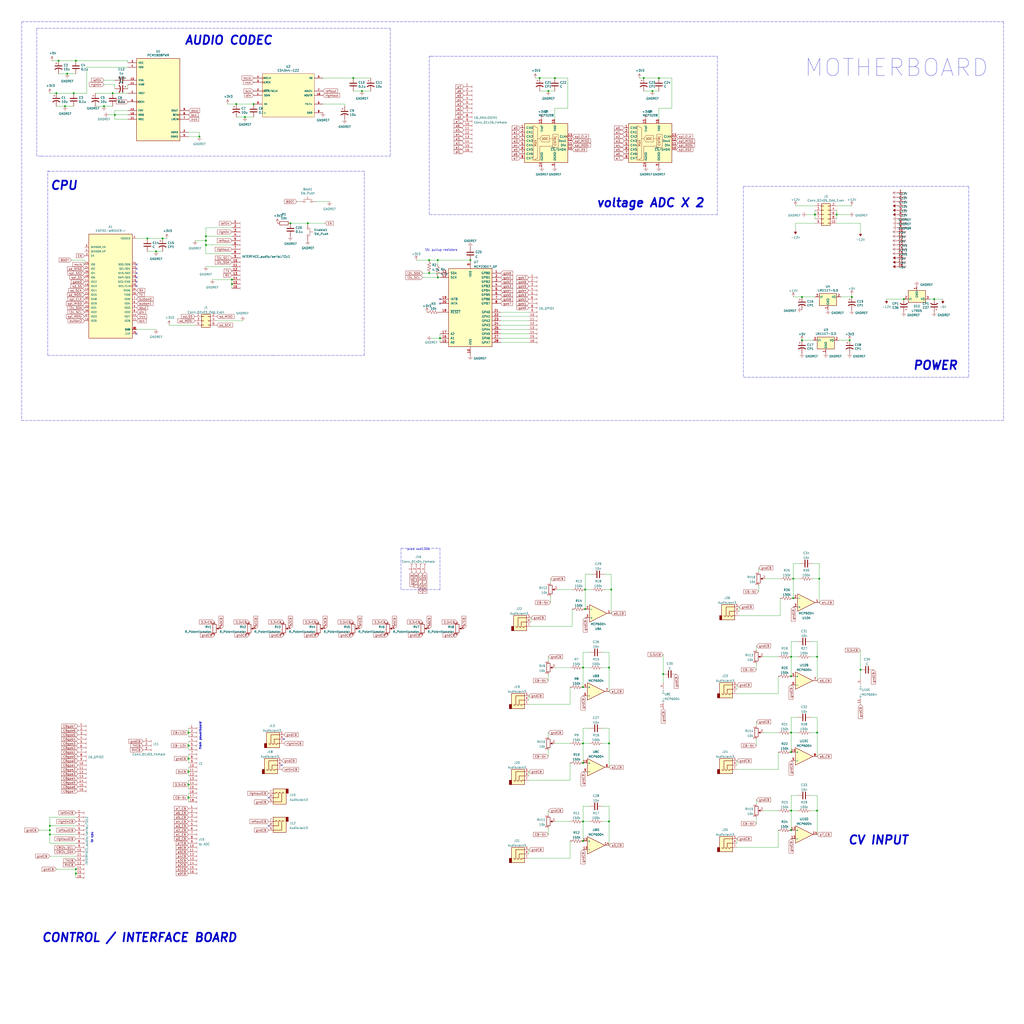
<source format=kicad_sch>
(kicad_sch (version 20211123) (generator eeschema)
  (paper "User" 599.999 599.999)
  (junction (at 110.49 444.5))
  (junction (at 180.34 130.81))
  (junction (at 463.55 384.81))
  (junction (at 38.1 62.23))
  (junction (at 110.49 452.12))
  (junction (at 341.63 492.76))
  (junction (at 341.63 402.59))
  (junction (at 120.65 138.43))
  (junction (at 44.45 35.56))
  (junction (at 43.18 54.61))
  (junction (at 120.65 143.51))
  (junction (at 67.31 67.31))
  (junction (at 110.49 459.74))
  (junction (at 321.31 53.34))
  (junction (at 504.19 392.43))
  (junction (at 33.02 54.61))
  (junction (at 148.59 60.96))
  (junction (at 275.59 152.4))
  (junction (at 464.82 339.09))
  (junction (at 480.06 339.09))
  (junction (at 29.21 488.95))
  (junction (at 29.21 483.87))
  (junction (at 212.09 53.34))
  (junction (at 463.55 474.98))
  (junction (at 29.21 486.41))
  (junction (at 135.89 166.37))
  (junction (at 478.79 384.81))
  (junction (at 110.49 467.36))
  (junction (at 547.37 175.26))
  (junction (at 356.87 481.33))
  (junction (at 478.79 474.98))
  (junction (at 386.08 45.72))
  (junction (at 66.04 54.61))
  (junction (at 341.63 481.33))
  (junction (at 529.59 175.26))
  (junction (at 463.55 429.26))
  (junction (at 91.44 147.32))
  (junction (at 138.43 60.96))
  (junction (at 356.87 391.16))
  (junction (at 110.49 429.26))
  (junction (at 207.01 45.72))
  (junction (at 356.87 435.61))
  (junction (at 388.62 394.97))
  (junction (at 60.96 62.23))
  (junction (at 490.22 125.73))
  (junction (at 342.9 356.87))
  (junction (at 116.84 80.01))
  (junction (at 325.12 45.72))
  (junction (at 135.89 163.83))
  (junction (at 120.65 140.97))
  (junction (at 256.54 162.56))
  (junction (at 342.9 345.44))
  (junction (at 251.46 160.02))
  (junction (at 256.54 152.4))
  (junction (at 463.55 440.69))
  (junction (at 341.63 447.04))
  (junction (at 497.84 199.39))
  (junction (at 251.46 152.4))
  (junction (at 257.81 198.12))
  (junction (at 341.63 435.61))
  (junction (at 316.23 45.72))
  (junction (at 143.51 68.58))
  (junction (at 469.9 199.39))
  (junction (at 464.82 350.52))
  (junction (at 377.19 45.72))
  (junction (at 34.29 35.56))
  (junction (at 110.49 436.88))
  (junction (at 499.11 173.99))
  (junction (at 44.45 509.27))
  (junction (at 477.52 125.73))
  (junction (at 478.79 429.26))
  (junction (at 39.37 43.18))
  (junction (at 463.55 396.24))
  (junction (at 463.55 486.41))
  (junction (at 382.27 53.34))
  (junction (at 469.9 173.99))
  (junction (at 358.14 345.44))
  (junction (at 95.25 139.7))
  (junction (at 170.18 130.81))
  (junction (at 341.63 391.16))
  (junction (at 44.45 511.81))
  (junction (at 86.36 139.7))
  (no_connect (at 157.48 483.87))
  (no_connect (at 165.1 448.31))
  (no_connect (at 80.01 162.56))
  (no_connect (at 80.01 165.1))
  (no_connect (at 80.01 195.58))
  (no_connect (at 80.01 160.02))
  (no_connect (at 157.48 467.36))
  (no_connect (at 80.01 167.64))
  (no_connect (at 80.01 157.48))
  (no_connect (at 80.01 154.94))
  (no_connect (at 166.37 433.07))
  (no_connect (at 257.81 175.26))
  (no_connect (at 257.81 177.8))
  (bus_entry (at 560.07 -140.97) (size 2.54 2.54))
  (polyline (pts (xy 27.94 208.28) (xy 27.94 100.33)))
  (wire (pts (xy 332.74 63.5) (xy 325.12 63.5)))
  (wire (pts (xy 293.37 182.88) (xy 309.88 182.88)))
  (wire (pts (xy 49.53 154.94) (xy 49.53 152.4)))
  (wire (pts (xy 322.58 339.09) (xy 322.58 341.63)))
  (wire (pts (xy 463.55 375.92) (xy 463.55 384.81)))
  (polyline (pts (xy 12.7 12.7) (xy 588.01 12.7)))
  (wire (pts (xy 455.93 406.4) (xy 455.93 396.24)))
  (wire (pts (xy 464.82 330.2) (xy 464.82 339.09)))
  (wire (pts (xy 49.53 152.4) (xy 41.91 152.4)))
  (wire (pts (xy 110.49 426.72) (xy 110.49 429.26)))
  (wire (pts (xy 120.65 133.35) (xy 135.89 133.35)))
  (polyline (pts (xy 228.6 91.44) (xy 228.6 16.51)))
  (wire (pts (xy 474.98 429.26) (xy 478.79 429.26)))
  (wire (pts (xy 463.55 474.98) (xy 467.36 474.98)))
  (wire (pts (xy 492.76 173.99) (xy 499.11 173.99)))
  (wire (pts (xy 463.55 466.09) (xy 463.55 474.98)))
  (polyline (pts (xy 238.76 321.31) (xy 238.76 322.58)))
  (wire (pts (xy 466.09 120.65) (xy 477.52 120.65)))
  (wire (pts (xy 342.9 345.44) (xy 346.71 345.44)))
  (wire (pts (xy 293.37 185.42) (xy 309.88 185.42)))
  (wire (pts (xy 341.63 391.16) (xy 341.63 402.59)))
  (wire (pts (xy 30.48 35.56) (xy 34.29 35.56)))
  (wire (pts (xy 335.28 367.03) (xy 335.28 356.87)))
  (wire (pts (xy 345.44 382.27) (xy 341.63 382.27)))
  (wire (pts (xy 189.23 45.72) (xy 207.01 45.72)))
  (wire (pts (xy 110.49 457.2) (xy 110.49 459.74)))
  (wire (pts (xy 66.04 54.61) (xy 55.88 54.61)))
  (polyline (pts (xy 21.59 16.51) (xy 228.6 16.51)))
  (wire (pts (xy 490.22 125.73) (xy 497.84 125.73)))
  (wire (pts (xy 110.49 80.01) (xy 116.84 80.01)))
  (wire (pts (xy 476.25 339.09) (xy 480.06 339.09)))
  (wire (pts (xy 193.04 118.11) (xy 185.42 118.11)))
  (wire (pts (xy 504.19 135.89) (xy 504.19 130.81)))
  (wire (pts (xy 478.79 398.78) (xy 478.79 384.81)))
  (wire (pts (xy 293.37 198.12) (xy 309.88 198.12)))
  (wire (pts (xy 190.5 130.81) (xy 180.34 130.81)))
  (wire (pts (xy 173.99 118.11) (xy 175.26 118.11)))
  (wire (pts (xy 43.18 54.61) (xy 50.8 54.61)))
  (polyline (pts (xy 24.13 91.44) (xy 228.6 91.44)))
  (wire (pts (xy 356.87 449.58) (xy 356.87 435.61)))
  (wire (pts (xy 469.9 173.99) (xy 477.52 173.99)))
  (wire (pts (xy 120.65 148.59) (xy 135.89 148.59)))
  (wire (pts (xy 431.8 450.85) (xy 455.93 450.85)))
  (wire (pts (xy 293.37 195.58) (xy 309.88 195.58)))
  (wire (pts (xy 34.29 43.18) (xy 39.37 43.18)))
  (wire (pts (xy 44.45 509.27) (xy 44.45 511.81)))
  (wire (pts (xy 334.01 435.61) (xy 325.12 435.61)))
  (wire (pts (xy 466.09 130.81) (xy 477.52 130.81)))
  (wire (pts (xy 293.37 190.5) (xy 309.88 190.5)))
  (wire (pts (xy 469.9 199.39) (xy 476.25 199.39)))
  (wire (pts (xy 321.31 485.14) (xy 321.31 488.95)))
  (wire (pts (xy 256.54 152.4) (xy 256.54 154.94)))
  (wire (pts (xy 110.49 452.12) (xy 110.49 454.66)))
  (polyline (pts (xy 24.13 91.44) (xy 21.59 91.44)))
  (wire (pts (xy 443.23 468.63) (xy 443.23 471.17)))
  (wire (pts (xy 341.63 382.27) (xy 341.63 391.16)))
  (polyline (pts (xy 213.36 208.28) (xy 213.36 100.33)))
  (wire (pts (xy 110.49 436.88) (xy 110.49 439.42)))
  (wire (pts (xy 457.2 339.09) (xy 448.31 339.09)))
  (polyline (pts (xy 257.81 321.31) (xy 257.81 345.44)))
  (wire (pts (xy 480.06 353.06) (xy 480.06 339.09)))
  (wire (pts (xy 138.43 68.58) (xy 143.51 68.58)))
  (wire (pts (xy 120.65 133.35) (xy 120.65 138.43)))
  (wire (pts (xy 353.06 391.16) (xy 356.87 391.16)))
  (wire (pts (xy 247.65 162.56) (xy 256.54 162.56)))
  (polyline (pts (xy 12.7 12.7) (xy 12.7 246.38)))
  (wire (pts (xy 252.73 198.12) (xy 257.81 198.12)))
  (wire (pts (xy 309.88 457.2) (xy 334.01 457.2)))
  (wire (pts (xy 335.28 345.44) (xy 326.39 345.44)))
  (wire (pts (xy 39.37 43.18) (xy 44.45 43.18)))
  (wire (pts (xy 293.37 200.66) (xy 309.88 200.66)))
  (polyline (pts (xy 27.94 100.33) (xy 160.02 100.33)))
  (wire (pts (xy 29.21 478.79) (xy 29.21 483.87)))
  (wire (pts (xy 22.86 486.41) (xy 29.21 486.41)))
  (wire (pts (xy 467.36 466.09) (xy 463.55 466.09)))
  (polyline (pts (xy 435.61 109.22) (xy 435.61 220.98)))
  (wire (pts (xy 311.15 361.95) (xy 311.15 364.49)))
  (wire (pts (xy 316.23 45.72) (xy 325.12 45.72)))
  (polyline (pts (xy 234.95 345.44) (xy 234.95 321.31)))
  (wire (pts (xy 468.63 330.2) (xy 464.82 330.2)))
  (wire (pts (xy 110.49 441.96) (xy 110.49 444.5)))
  (wire (pts (xy 443.23 388.62) (xy 443.23 392.43)))
  (wire (pts (xy 309.88 452.12) (xy 309.88 454.66)))
  (wire (pts (xy 463.55 429.26) (xy 467.36 429.26)))
  (wire (pts (xy 325.12 63.5) (xy 325.12 69.85)))
  (wire (pts (xy 110.49 467.36) (xy 110.49 469.9)))
  (wire (pts (xy 201.93 60.96) (xy 189.23 60.96)))
  (wire (pts (xy 443.23 478.79) (xy 443.23 482.6)))
  (wire (pts (xy 464.82 339.09) (xy 468.63 339.09)))
  (wire (pts (xy 431.8 406.4) (xy 455.93 406.4)))
  (wire (pts (xy 322.58 349.25) (xy 322.58 353.06)))
  (wire (pts (xy 38.1 62.23) (xy 43.18 62.23)))
  (wire (pts (xy 44.45 511.81) (xy 44.45 514.35)))
  (wire (pts (xy 491.49 199.39) (xy 497.84 199.39)))
  (wire (pts (xy 110.49 429.26) (xy 110.49 431.8)))
  (wire (pts (xy 504.19 381) (xy 504.19 392.43)))
  (wire (pts (xy 478.79 375.92) (xy 474.98 375.92)))
  (wire (pts (xy 120.65 143.51) (xy 120.65 148.59)))
  (wire (pts (xy 86.36 139.7) (xy 95.25 139.7)))
  (polyline (pts (xy 251.46 125.73) (xy 251.46 33.02)))
  (wire (pts (xy 393.7 45.72) (xy 393.7 63.5)))
  (wire (pts (xy 455.93 496.57) (xy 455.93 486.41)))
  (wire (pts (xy 504.19 130.81) (xy 490.22 130.81)))
  (wire (pts (xy 207.01 53.34) (xy 212.09 53.34)))
  (wire (pts (xy 480.06 330.2) (xy 476.25 330.2)))
  (wire (pts (xy 29.21 483.87) (xy 44.45 483.87)))
  (wire (pts (xy 377.19 45.72) (xy 386.08 45.72)))
  (wire (pts (xy 138.43 60.96) (xy 148.59 60.96)))
  (wire (pts (xy 463.55 384.81) (xy 467.36 384.81)))
  (wire (pts (xy 443.23 433.07) (xy 443.23 436.88)))
  (wire (pts (xy 29.21 488.95) (xy 44.45 488.95)))
  (wire (pts (xy 477.52 123.19) (xy 477.52 125.73)))
  (wire (pts (xy 29.21 501.65) (xy 44.45 501.65)))
  (wire (pts (xy 444.5 342.9) (xy 444.5 346.71)))
  (wire (pts (xy 431.8 491.49) (xy 431.8 494.03)))
  (wire (pts (xy 321.31 384.81) (xy 321.31 387.35)))
  (wire (pts (xy 321.31 439.42) (xy 321.31 443.23)))
  (wire (pts (xy 332.74 45.72) (xy 332.74 63.5)))
  (wire (pts (xy 243.84 152.4) (xy 251.46 152.4)))
  (wire (pts (xy 341.63 426.72) (xy 341.63 435.61)))
  (wire (pts (xy 377.19 53.34) (xy 382.27 53.34)))
  (wire (pts (xy 33.02 54.61) (xy 43.18 54.61)))
  (wire (pts (xy 341.63 472.44) (xy 341.63 481.33)))
  (wire (pts (xy 490.22 125.73) (xy 490.22 123.19)))
  (wire (pts (xy 467.36 375.92) (xy 463.55 375.92)))
  (wire (pts (xy 388.62 394.97) (xy 388.62 400.05)))
  (wire (pts (xy 86.36 147.32) (xy 91.44 147.32)))
  (wire (pts (xy 463.55 420.37) (xy 463.55 429.26)))
  (wire (pts (xy 474.98 384.81) (xy 478.79 384.81)))
  (wire (pts (xy 316.23 53.34) (xy 321.31 53.34)))
  (wire (pts (xy 325.12 45.72) (xy 332.74 45.72)))
  (wire (pts (xy 334.01 457.2) (xy 334.01 447.04)))
  (wire (pts (xy 356.87 495.3) (xy 356.87 481.33)))
  (wire (pts (xy 133.35 60.96) (xy 138.43 60.96)))
  (wire (pts (xy 463.55 429.26) (xy 463.55 440.69)))
  (wire (pts (xy 353.06 435.61) (xy 356.87 435.61)))
  (wire (pts (xy 74.93 64.77) (xy 67.31 64.77)))
  (wire (pts (xy 477.52 128.27) (xy 477.52 125.73)))
  (wire (pts (xy 201.93 62.23) (xy 201.93 60.96)))
  (wire (pts (xy 504.19 392.43) (xy 504.19 397.51)))
  (wire (pts (xy 67.31 67.31) (xy 63.5 67.31)))
  (wire (pts (xy 433.07 360.68) (xy 457.2 360.68)))
  (wire (pts (xy 356.87 405.13) (xy 356.87 391.16)))
  (wire (pts (xy 455.93 429.26) (xy 447.04 429.26)))
  (wire (pts (xy 499.11 172.72) (xy 499.11 173.99)))
  (polyline (pts (xy 588.01 12.7) (xy 588.01 246.38)))
  (wire (pts (xy 358.14 359.41) (xy 358.14 345.44)))
  (wire (pts (xy 309.88 407.67) (xy 309.88 410.21)))
  (polyline (pts (xy 567.69 109.22) (xy 567.69 220.98)))
  (wire (pts (xy 34.29 35.56) (xy 44.45 35.56)))
  (polyline (pts (xy 257.81 345.44) (xy 234.95 345.44)))
  (wire (pts (xy 251.46 152.4) (xy 256.54 152.4)))
  (wire (pts (xy 463.55 384.81) (xy 463.55 396.24)))
  (wire (pts (xy 256.54 152.4) (xy 275.59 152.4)))
  (wire (pts (xy 67.31 69.85) (xy 67.31 67.31)))
  (wire (pts (xy 33.02 62.23) (xy 38.1 62.23)))
  (wire (pts (xy 247.65 160.02) (xy 251.46 160.02)))
  (wire (pts (xy 342.9 336.55) (xy 342.9 345.44)))
  (wire (pts (xy 44.45 35.56) (xy 74.93 35.56)))
  (wire (pts (xy 353.06 481.33) (xy 356.87 481.33)))
  (polyline (pts (xy 588.01 246.38) (xy 12.7 246.38)))
  (wire (pts (xy 124.46 163.83) (xy 135.89 163.83)))
  (wire (pts (xy 455.93 384.81) (xy 447.04 384.81)))
  (wire (pts (xy 120.65 138.43) (xy 135.89 138.43)))
  (wire (pts (xy 478.79 474.98) (xy 478.79 466.09)))
  (wire (pts (xy 478.79 488.95) (xy 478.79 474.98)))
  (wire (pts (xy 311.15 367.03) (xy 335.28 367.03)))
  (wire (pts (xy 293.37 187.96) (xy 309.88 187.96)))
  (wire (pts (xy 382.27 53.34) (xy 386.08 53.34)))
  (wire (pts (xy 478.79 443.23) (xy 478.79 429.26)))
  (wire (pts (xy 143.51 68.58) (xy 148.59 68.58)))
  (wire (pts (xy 356.87 481.33) (xy 356.87 472.44)))
  (polyline (pts (xy 251.46 33.02) (xy 252.73 33.02)))
  (wire (pts (xy 29.21 54.61) (xy 33.02 54.61)))
  (wire (pts (xy 356.87 472.44) (xy 353.06 472.44)))
  (wire (pts (xy 29.21 488.95) (xy 29.21 494.03)))
  (wire (pts (xy 433.07 355.6) (xy 433.07 358.14)))
  (wire (pts (xy 464.82 339.09) (xy 464.82 350.52)))
  (wire (pts (xy 256.54 162.56) (xy 257.81 162.56)))
  (wire (pts (xy 388.62 383.54) (xy 388.62 394.97)))
  (wire (pts (xy 91.44 147.32) (xy 95.25 147.32)))
  (wire (pts (xy 341.63 391.16) (xy 345.44 391.16)))
  (wire (pts (xy 334.01 391.16) (xy 325.12 391.16)))
  (wire (pts (xy 257.81 195.58) (xy 257.81 198.12)))
  (wire (pts (xy 431.8 445.77) (xy 431.8 448.31)))
  (wire (pts (xy 95.25 139.7) (xy 97.79 139.7)))
  (wire (pts (xy 170.18 130.81) (xy 180.34 130.81)))
  (wire (pts (xy 386.08 45.72) (xy 393.7 45.72)))
  (wire (pts (xy 431.8 496.57) (xy 455.93 496.57)))
  (wire (pts (xy 345.44 472.44) (xy 341.63 472.44)))
  (wire (pts (xy 356.87 391.16) (xy 356.87 382.27)))
  (wire (pts (xy 142.24 187.96) (xy 127 187.96)))
  (wire (pts (xy 341.63 481.33) (xy 345.44 481.33)))
  (wire (pts (xy 334.01 502.92) (xy 334.01 492.76)))
  (wire (pts (xy 341.63 435.61) (xy 341.63 447.04)))
  (wire (pts (xy 135.89 166.37) (xy 135.89 168.91)))
  (polyline (pts (xy 252.73 321.31) (xy 257.81 321.31)))
  (wire (pts (xy 334.01 412.75) (xy 334.01 402.59)))
  (wire (pts (xy 431.8 401.32) (xy 431.8 403.86)))
  (wire (pts (xy 257.81 198.12) (xy 257.81 200.66)))
  (wire (pts (xy 455.93 474.98) (xy 447.04 474.98)))
  (wire (pts (xy 50.8 39.37) (xy 74.93 39.37)))
  (wire (pts (xy 50.8 54.61) (xy 50.8 39.37)))
  (wire (pts (xy 477.52 125.73) (xy 472.44 125.73)))
  (wire (pts (xy 341.63 481.33) (xy 341.63 492.76)))
  (wire (pts (xy 29.21 478.79) (xy 44.45 478.79)))
  (wire (pts (xy 474.98 474.98) (xy 478.79 474.98)))
  (wire (pts (xy 444.5 332.74) (xy 444.5 335.28)))
  (wire (pts (xy 114.3 140.97) (xy 120.65 140.97)))
  (wire (pts (xy 33.02 509.27) (xy 44.45 509.27)))
  (wire (pts (xy 356.87 426.72) (xy 353.06 426.72)))
  (wire (pts (xy 480.06 339.09) (xy 480.06 330.2)))
  (wire (pts (xy 110.49 449.58) (xy 110.49 452.12)))
  (wire (pts (xy 67.31 64.77) (xy 67.31 67.31)))
  (polyline (pts (xy 420.37 125.73) (xy 251.46 125.73)))
  (wire (pts (xy 120.65 138.43) (xy 120.65 140.97)))
  (wire (pts (xy 334.01 481.33) (xy 325.12 481.33)))
  (wire (pts (xy 519.43 175.26) (xy 529.59 175.26)))
  (wire (pts (xy 74.93 52.07) (xy 74.93 49.53)))
  (wire (pts (xy 464.82 173.99) (xy 469.9 173.99)))
  (wire (pts (xy 110.49 434.34) (xy 110.49 436.88)))
  (wire (pts (xy 321.31 394.97) (xy 321.31 398.78)))
  (wire (pts (xy 467.36 420.37) (xy 463.55 420.37)))
  (wire (pts (xy 116.84 77.47) (xy 116.84 80.01)))
  (wire (pts (xy 110.49 444.5) (xy 110.49 447.04)))
  (wire (pts (xy 120.65 156.21) (xy 135.89 156.21)))
  (wire (pts (xy 110.49 464.82) (xy 110.49 467.36)))
  (polyline (pts (xy 435.61 109.22) (xy 567.69 109.22)))
  (polyline (pts (xy 27.94 100.33) (xy 29.21 100.33)))
  (wire (pts (xy 358.14 345.44) (xy 358.14 336.55)))
  (wire (pts (xy 478.79 466.09) (xy 474.98 466.09)))
  (wire (pts (xy 345.44 426.72) (xy 341.63 426.72)))
  (wire (pts (xy 356.87 382.27) (xy 353.06 382.27)))
  (wire (pts (xy 547.37 175.26) (xy 552.45 175.26)))
  (polyline (pts (xy 21.59 91.44) (xy 21.59 16.51)))
  (polyline (pts (xy 160.02 208.28) (xy 27.94 208.28)))
  (wire (pts (xy 478.79 420.37) (xy 474.98 420.37)))
  (wire (pts (xy 478.79 384.81) (xy 478.79 375.92)))
  (wire (pts (xy 55.88 62.23) (xy 60.96 62.23)))
  (polyline (pts (xy 234.95 321.31) (xy 238.76 321.31)))
  (wire (pts (xy 207.01 45.72) (xy 217.17 45.72)))
  (wire (pts (xy 499.11 120.65) (xy 490.22 120.65)))
  (wire (pts (xy 356.87 435.61) (xy 356.87 426.72)))
  (wire (pts (xy 67.31 49.53) (xy 60.96 49.53)))
  (wire (pts (xy 393.7 63.5) (xy 386.08 63.5)))
  (wire (pts (xy 354.33 345.44) (xy 358.14 345.44)))
  (wire (pts (xy 443.23 422.91) (xy 443.23 425.45)))
  (wire (pts (xy 251.46 160.02) (xy 257.81 160.02)))
  (wire (pts (xy 80.01 139.7) (xy 86.36 139.7)))
  (wire (pts (xy 309.88 497.84) (xy 309.88 500.38)))
  (wire (pts (xy 29.21 483.87) (xy 29.21 486.41)))
  (wire (pts (xy 346.71 336.55) (xy 342.9 336.55)))
  (wire (pts (xy 455.93 450.85) (xy 455.93 440.69)))
  (wire (pts (xy 120.65 140.97) (xy 120.65 143.51)))
  (wire (pts (xy 135.89 163.83) (xy 135.89 166.37)))
  (wire (pts (xy 321.31 53.34) (xy 325.12 53.34)))
  (wire (pts (xy 74.93 69.85) (xy 67.31 69.85)))
  (wire (pts (xy 212.09 53.34) (xy 217.17 53.34)))
  (wire (pts (xy 478.79 429.26) (xy 478.79 420.37)))
  (wire (pts (xy 457.2 360.68) (xy 457.2 350.52)))
  (wire (pts (xy 321.31 474.98) (xy 321.31 477.52)))
  (wire (pts (xy 341.63 435.61) (xy 345.44 435.61)))
  (polyline (pts (xy 213.36 100.33) (xy 160.02 100.33)))
  (wire (pts (xy 60.96 46.99) (xy 67.31 46.99)))
  (polyline (pts (xy 252.73 33.02) (xy 420.37 33.02)))
  (wire (pts (xy 110.49 77.47) (xy 116.84 77.47)))
  (wire (pts (xy 60.96 62.23) (xy 66.04 62.23)))
  (wire (pts (xy 29.21 494.03) (xy 44.45 494.03)))
  (wire (pts (xy 110.49 459.74) (xy 110.49 462.28)))
  (wire (pts (xy 74.93 67.31) (xy 67.31 67.31)))
  (wire (pts (xy 29.21 486.41) (xy 29.21 488.95)))
  (wire (pts (xy 386.08 63.5) (xy 386.08 69.85)))
  (wire (pts (xy 463.55 474.98) (xy 463.55 486.41)))
  (wire (pts (xy 342.9 345.44) (xy 342.9 356.87)))
  (wire (pts (xy 313.69 45.72) (xy 316.23 45.72)))
  (wire (pts (xy 309.88 412.75) (xy 334.01 412.75)))
  (wire (pts (xy 67.31 52.07) (xy 67.31 49.53)))
  (wire (pts (xy 74.93 35.56) (xy 74.93 36.83)))
  (wire (pts (xy 374.65 45.72) (xy 377.19 45.72)))
  (wire (pts (xy 74.93 54.61) (xy 66.04 54.61)))
  (wire (pts (xy 443.23 378.46) (xy 443.23 381)))
  (wire (pts (xy 466.09 134.62) (xy 466.09 130.81)))
  (polyline (pts (xy 160.02 208.28) (xy 213.36 208.28)))
  (wire (pts (xy 293.37 193.04) (xy 309.88 193.04)))
  (polyline (pts (xy 420.37 33.02) (xy 420.37 125.73)))
  (wire (pts (xy 544.83 175.26) (xy 547.37 175.26)))
  (wire (pts (xy 99.06 190.5) (xy 114.3 190.5)))
  (wire (pts (xy 490.22 128.27) (xy 490.22 125.73)))
  (wire (pts (xy 321.31 429.26) (xy 321.31 431.8)))
  (wire (pts (xy 309.88 502.92) (xy 334.01 502.92)))
  (wire (pts (xy 91.44 193.04) (xy 80.01 193.04)))
  (wire (pts (xy 120.65 143.51) (xy 135.89 143.51)))
  (polyline (pts (xy 567.69 220.98) (xy 435.61 220.98)))
  (wire (pts (xy 358.14 336.55) (xy 354.33 336.55)))
  (text "POWER" (at 534.67 217.17 0) (effects (font (size 5 5) (thickness 1) bold italic) (justify left bottom)))
  (text "i2c pullup resistors\n" (at 248.92 147.32 0) (effects (font (size 1.27 1.27)) (justify left bottom)))
  (text "MOTHERBOARD" (at 471.17 45.72 0) (effects (font (size 10 10)) (justify left bottom)))
  (text "to cpu" (at 54.61 494.03 90) (effects (font (size 1.27 1.27) bold italic) (justify left bottom)))
  (text "CPU" (at 29.21 111.76 0) (effects (font (size 5 5) (thickness 1) bold italic) (justify left bottom)))
  (text "AUDIO CODEC" (at 107.95 26.67 0) (effects (font (size 5 5) (thickness 1) bold italic) (justify left bottom)))
  (text "oled ssd1306\n" (at 238.76 322.58 0) (effects (font (size 1.27 1.27)) (justify left bottom)))
  (text "CONTROL / INTERFACE BOARD" (at 24.13 552.45 0) (effects (font (size 5 5) (thickness 1) bold italic) (justify left bottom)))
  (text "CV INPUT" (at 496.57 495.3 0) (effects (font (size 5 5) bold italic) (justify left bottom)))
  (text "voltage ADC X 2\n" (at 349.25 121.92 0) (effects (font (size 5 5) (thickness 1) bold italic) (justify left bottom)))
  (text "from powerboard" (at 118.11 439.42 90) (effects (font (size 1.27 1.27) bold italic) (justify left bottom)))
  (global_label "CBgpb7" (shape input) (at 45.72 425.45 180) (property "Intersheet References" "${INTERSHEET_REFS}" (effects hide)))
  (global_label "a6_" (shape input) (at 365.76 90.17 180) (property "Intersheet References" "${INTERSHEET_REFS}" (effects hide)))
  (global_label "gndCB" (shape input) (at 464.82 355.6 270) (property "Intersheet References" "${INTERSHEET_REFS}" (effects hide)))
  (global_label "gndCB" (shape input) (at 463.55 445.77 270) (property "Intersheet References" "${INTERSHEET_REFS}" (effects hide)))
  (global_label "lrck" (shape input) (at 148.59 48.26 180) (property "Intersheet References" "${INTERSHEET_REFS}" (effects hide)))
  (global_label "gndCB" (shape input) (at 22.86 486.41 180) (property "Intersheet References" "${INTERSHEET_REFS}" (effects hide)))
  (global_label "3.3vCB" (shape input) (at 243.84 335.28 270) (property "Intersheet References" "${INTERSHEET_REFS}" (effects hide)))
  (global_label "bck" (shape input) (at 148.59 53.34 180) (property "Intersheet References" "${INTERSHEET_REFS}" (effects hide)))
  (global_label "CB-5V" (shape input) (at 444.5 346.71 180) (property "Intersheet References" "${INTERSHEET_REFS}" (effects hide)))
  (global_label "a6_CB" (shape input) (at 478.79 443.23 0) (property "Intersheet References" "${INTERSHEET_REFS}" (effects hide)))
  (global_label "spi_MISO" (shape input) (at 335.28 82.55 0) (property "Intersheet References" "${INTERSHEET_REFS}" (effects hide)))
  (global_label "spi_MOSI" (shape input) (at 396.24 85.09 0) (property "Intersheet References" "${INTERSHEET_REFS}" (effects hide)))
  (global_label "a3CB" (shape input) (at 110.49 504.19 180) (property "Intersheet References" "${INTERSHEET_REFS}" (effects hide)))
  (global_label "a0_" (shape input) (at 271.78 88.9 180) (property "Intersheet References" "${INTERSHEET_REFS}" (effects hide)))
  (global_label "a4_" (shape input) (at 271.78 78.74 180) (property "Intersheet References" "${INTERSHEET_REFS}" (effects hide)))
  (global_label "a7CB" (shape input) (at 271.78 368.3 90) (property "Intersheet References" "${INTERSHEET_REFS}" (effects hide)))
  (global_label "CBgpa1" (shape input) (at 45.72 448.31 180) (property "Intersheet References" "${INTERSHEET_REFS}" (effects hide)))
  (global_label "a0" (shape input) (at 271.78 68.58 180) (property "Intersheet References" "${INTERSHEET_REFS}" (effects hide)))
  (global_label "rightinCB" (shape input) (at 44.45 481.33 180) (property "Intersheet References" "${INTERSHEET_REFS}" (effects hide)))
  (global_label "gndCB" (shape input) (at 311.15 361.95 0) (property "Intersheet References" "${INTERSHEET_REFS}" (effects hide)))
  (global_label "gndCB" (shape input) (at 83.82 434.34 180) (property "Intersheet References" "${INTERSHEET_REFS}" (effects hide)))
  (global_label "gndCB" (shape input) (at 433.07 355.6 0) (property "Intersheet References" "${INTERSHEET_REFS}" (effects hide)))
  (global_label "rightoutCB" (shape input) (at 44.45 491.49 180) (property "Intersheet References" "${INTERSHEET_REFS}" (effects hide)))
  (global_label "a0_" (shape input) (at 365.76 74.93 180) (property "Intersheet References" "${INTERSHEET_REFS}" (effects hide)))
  (global_label "gpb2" (shape input) (at 309.88 175.26 180) (property "Intersheet References" "${INTERSHEET_REFS}" (effects hide)))
  (global_label "rightout" (shape input) (at 135.89 146.05 180) (property "Intersheet References" "${INTERSHEET_REFS}" (effects hide)))
  (global_label "gndCB" (shape input) (at 247.65 372.11 180) (property "Intersheet References" "${INTERSHEET_REFS}" (effects hide)))
  (global_label "a0CB" (shape input) (at 129.54 368.3 90) (property "Intersheet References" "${INTERSHEET_REFS}" (effects hide)))
  (global_label "a0CB" (shape input) (at 110.49 511.81 180) (property "Intersheet References" "${INTERSHEET_REFS}" (effects hide)))
  (global_label "3.3vCB" (shape input) (at 227.33 364.49 180) (property "Intersheet References" "${INTERSHEET_REFS}" (effects hide)))
  (global_label "rightin" (shape input) (at 135.89 135.89 180) (property "Intersheet References" "${INTERSHEET_REFS}" (effects hide)))
  (global_label "CB+12V" (shape input) (at 110.49 429.26 180) (property "Intersheet References" "${INTERSHEET_REFS}" (effects hide)))
  (global_label "spi_MOSI" (shape input) (at 49.53 185.42 180) (property "Intersheet References" "${INTERSHEET_REFS}" (effects hide)))
  (global_label "leftinCB" (shape input) (at 165.1 450.85 0) (property "Intersheet References" "${INTERSHEET_REFS}" (effects hide)))
  (global_label "a5" (shape input) (at 304.8 87.63 180) (property "Intersheet References" "${INTERSHEET_REFS}" (effects hide)))
  (global_label "CBgpa4" (shape input) (at 45.72 455.93 180) (property "Intersheet References" "${INTERSHEET_REFS}" (effects hide)))
  (global_label "CBgpb6" (shape input) (at 45.72 427.99 180) (property "Intersheet References" "${INTERSHEET_REFS}" (effects hide)))
  (global_label "CB-5V" (shape input) (at 443.23 436.88 180) (property "Intersheet References" "${INTERSHEET_REFS}" (effects hide)))
  (global_label "dout" (shape input) (at 110.49 64.77 0) (property "Intersheet References" "${INTERSHEET_REFS}" (effects hide)))
  (global_label "a1_" (shape input) (at 365.76 77.47 180) (property "Intersheet References" "${INTERSHEET_REFS}" (effects hide)))
  (global_label "button0" (shape input) (at 80.01 175.26 0) (property "Intersheet References" "${INTERSHEET_REFS}" (effects hide)))
  (global_label "gndCB" (shape input) (at 207.01 372.11 180) (property "Intersheet References" "${INTERSHEET_REFS}" (effects hide)))
  (global_label "gndCB" (shape input) (at 341.63 497.84 270) (property "Intersheet References" "${INTERSHEET_REFS}" (effects hide)))
  (global_label "bck" (shape input) (at 110.49 67.31 0) (property "Intersheet References" "${INTERSHEET_REFS}" (effects hide)))
  (global_label "a0" (shape input) (at 304.8 74.93 180) (property "Intersheet References" "${INTERSHEET_REFS}" (effects hide)))
  (global_label "gndCB" (shape input) (at 29.21 501.65 180) (property "Intersheet References" "${INTERSHEET_REFS}" (effects hide)))
  (global_label "lrck" (shape input) (at 80.01 185.42 0) (property "Intersheet References" "${INTERSHEET_REFS}" (effects hide)))
  (global_label "3.3vCB" (shape input) (at 125.73 364.49 180) (property "Intersheet References" "${INTERSHEET_REFS}" (effects hide)))
  (global_label "a4" (shape input) (at 271.78 58.42 180) (property "Intersheet References" "${INTERSHEET_REFS}" (effects hide)))
  (global_label "CB-5V" (shape input) (at 443.23 392.43 180) (property "Intersheet References" "${INTERSHEET_REFS}" (effects hide)))
  (global_label "gndCB" (shape input) (at 388.62 415.29 270) (property "Intersheet References" "${INTERSHEET_REFS}" (effects hide)))
  (global_label "spi_CLK" (shape input) (at 396.24 80.01 0) (property "Intersheet References" "${INTERSHEET_REFS}" (effects hide)))
  (global_label "a6" (shape input) (at 304.8 90.17 180) (property "Intersheet References" "${INTERSHEET_REFS}" (effects hide)))
  (global_label "mclk" (shape input) (at 74.93 59.69 180) (property "Intersheet References" "${INTERSHEET_REFS}" (effects hide)))
  (global_label "gndCB" (shape input) (at 504.19 412.75 270) (property "Intersheet References" "${INTERSHEET_REFS}" (effects hide)))
  (global_label "sd_SS" (shape input) (at 49.53 167.64 180) (property "Intersheet References" "${INTERSHEET_REFS}" (effects hide)))
  (global_label "a4CB" (shape input) (at 210.82 368.3 90) (property "Intersheet References" "${INTERSHEET_REFS}" (effects hide)))
  (global_label "gndCB" (shape input) (at 322.58 339.09 0) (property "Intersheet References" "${INTERSHEET_REFS}" (effects hide)))
  (global_label "spi_SS" (shape input) (at 335.28 87.63 0) (property "Intersheet References" "${INTERSHEET_REFS}" (effects hide)))
  (global_label "gpb0" (shape input) (at 293.37 160.02 0) (property "Intersheet References" "${INTERSHEET_REFS}" (effects hide)))
  (global_label "gndCB" (shape input) (at 165.1 445.77 0) (property "Intersheet References" "${INTERSHEET_REFS}" (effects hide)))
  (global_label "CBgpb4" (shape input) (at 45.72 433.07 180) (property "Intersheet References" "${INTERSHEET_REFS}" (effects hide)))
  (global_label "5vCB" (shape input) (at 110.49 452.12 180) (property "Intersheet References" "${INTERSHEET_REFS}" (effects hide)))
  (global_label "TX" (shape input) (at 135.89 158.75 180) (property "Intersheet References" "${INTERSHEET_REFS}" (effects hide)))
  (global_label "spi_SS2" (shape input) (at 49.53 160.02 180) (property "Intersheet References" "${INTERSHEET_REFS}" (effects hide)))
  (global_label "sd_MISO" (shape input) (at 49.53 157.48 180) (property "Intersheet References" "${INTERSHEET_REFS}" (effects hide)))
  (global_label "EN" (shape input) (at 190.5 130.81 0) (property "Intersheet References" "${INTERSHEET_REFS}" (effects hide)))
  (global_label "button2" (shape input) (at 49.53 187.96 180) (property "Intersheet References" "${INTERSHEET_REFS}" (effects hide)))
  (global_label "gndCB" (shape input) (at 321.31 384.81 0) (property "Intersheet References" "${INTERSHEET_REFS}" (effects hide)))
  (global_label "a7" (shape input) (at 271.78 50.8 180) (property "Intersheet References" "${INTERSHEET_REFS}" (effects hide)))
  (global_label "gndCB" (shape input) (at 186.69 372.11 180) (property "Intersheet References" "${INTERSHEET_REFS}" (effects hide)))
  (global_label "gndCB" (shape input) (at 463.55 401.32 270) (property "Intersheet References" "${INTERSHEET_REFS}" (effects hide)))
  (global_label "a1CB" (shape input) (at 110.49 509.27 180) (property "Intersheet References" "${INTERSHEET_REFS}" (effects hide)))
  (global_label "gndCB" (shape input) (at 33.02 509.27 180) (property "Intersheet References" "${INTERSHEET_REFS}" (effects hide)))
  (global_label "gndCB" (shape input) (at 125.73 372.11 180) (property "Intersheet References" "${INTERSHEET_REFS}" (effects hide)))
  (global_label "i2c_SDA" (shape input) (at 49.53 180.34 180) (property "Intersheet References" "${INTERSHEET_REFS}" (effects hide)))
  (global_label "CBi2c_SDA" (shape input) (at 248.92 335.28 270) (property "Intersheet References" "${INTERSHEET_REFS}" (effects hide)))
  (global_label "a7_" (shape input) (at 271.78 71.12 180) (property "Intersheet References" "${INTERSHEET_REFS}" (effects hide)))
  (global_label "a4" (shape input) (at 304.8 85.09 180) (property "Intersheet References" "${INTERSHEET_REFS}" (effects hide)))
  (global_label "a5_CB" (shape input) (at 478.79 398.78 0) (property "Intersheet References" "${INTERSHEET_REFS}" (effects hide)))
  (global_label "bck" (shape input) (at 80.01 187.96 0) (property "Intersheet References" "${INTERSHEET_REFS}" (effects hide)))
  (global_label "CB-5v" (shape input) (at 110.49 467.36 180) (property "Intersheet References" "${INTERSHEET_REFS}" (effects hide)))
  (global_label "gndCB" (shape input) (at 431.8 445.77 0) (property "Intersheet References" "${INTERSHEET_REFS}" (effects hide)))
  (global_label "gndCB" (shape input) (at 463.55 491.49 270) (property "Intersheet References" "${INTERSHEET_REFS}" (effects hide)))
  (global_label "gpb3" (shape input) (at 309.88 172.72 180) (property "Intersheet References" "${INTERSHEET_REFS}" (effects hide)))
  (global_label "RXCB" (shape input) (at 83.82 439.42 180) (property "Intersheet References" "${INTERSHEET_REFS}" (effects hide)))
  (global_label "a3" (shape input) (at 271.78 60.96 180) (property "Intersheet References" "${INTERSHEET_REFS}" (effects hide)))
  (global_label "CB-5V" (shape input) (at 321.31 398.78 180) (property "Intersheet References" "${INTERSHEET_REFS}" (effects hide)))
  (global_label "gndCB" (shape input) (at 431.8 491.49 0) (property "Intersheet References" "${INTERSHEET_REFS}" (effects hide)))
  (global_label "sd_MOSI" (shape input) (at 49.53 172.72 180) (property "Intersheet References" "${INTERSHEET_REFS}" (effects hide)))
  (global_label "a2CB" (shape input) (at 170.18 368.3 90) (property "Intersheet References" "${INTERSHEET_REFS}" (effects hide)))
  (global_label "gndCB" (shape input) (at 321.31 474.98 0) (property "Intersheet References" "${INTERSHEET_REFS}" (effects hide)))
  (global_label "a1_CB" (shape input) (at 110.49 488.95 180) (property "Intersheet References" "${INTERSHEET_REFS}" (effects hide)))
  (global_label "a6_CB" (shape input) (at 110.49 476.25 180) (property "Intersheet References" "${INTERSHEET_REFS}" (effects hide)))
  (global_label "rightin" (shape input) (at 60.96 49.53 180) (property "Intersheet References" "${INTERSHEET_REFS}" (effects hide)))
  (global_label "a1_CB" (shape input) (at 356.87 405.13 0) (property "Intersheet References" "${INTERSHEET_REFS}" (effects hide)))
  (global_label "sd_SCK" (shape input) (at 49.53 170.18 180) (property "Intersheet References" "${INTERSHEET_REFS}" (effects hide)))
  (global_label "3.3vCB" (shape input) (at 146.05 364.49 180) (property "Intersheet References" "${INTERSHEET_REFS}" (effects hide)))
  (global_label "din" (shape input) (at 148.59 55.88 180) (property "Intersheet References" "${INTERSHEET_REFS}" (effects hide)))
  (global_label "i2c_SCL" (shape input) (at 49.53 182.88 180) (property "Intersheet References" "${INTERSHEET_REFS}" (effects hide)))
  (global_label "a6CB" (shape input) (at 110.49 496.57 180) (property "Intersheet References" "${INTERSHEET_REFS}" (effects hide)))
  (global_label "gndCB" (shape input) (at 341.63 452.12 270) (property "Intersheet References" "${INTERSHEET_REFS}" (effects hide)))
  (global_label "a5_" (shape input) (at 271.78 76.2 180) (property "Intersheet References" "${INTERSHEET_REFS}" (effects hide)))
  (global_label "i2c_SCL" (shape input) (at 135.89 151.13 180) (property "Intersheet References" "${INTERSHEET_REFS}" (effects hide)))
  (global_label "gndCB" (shape input) (at 146.05 372.11 180) (property "Intersheet References" "${INTERSHEET_REFS}" (effects hide)))
  (global_label "sd_SS" (shape input) (at 114.3 185.42 180) (property "Intersheet References" "${INTERSHEET_REFS}" (effects hide)))
  (global_label "a2_" (shape input) (at 271.78 83.82 180) (property "Intersheet References" "${INTERSHEET_REFS}" (effects hide)))
  (global_label "gpb6" (shape input) (at 293.37 175.26 0) (property "Intersheet References" "${INTERSHEET_REFS}" (effects hide)))
  (global_label "BOOT" (shape input) (at 41.91 152.4 180) (property "Intersheet References" "${INTERSHEET_REFS}" (effects hide)))
  (global_label "3.3vCB" (shape input) (at 247.65 364.49 180) (property "Intersheet References" "${INTERSHEET_REFS}" (effects hide)))
  (global_label "leftoutCB" (shape input) (at 157.48 481.33 180) (property "Intersheet References" "${INTERSHEET_REFS}" (effects hide)))
  (global_label "CBi2c_SDA" (shape input) (at 44.45 499.11 180) (property "Intersheet References" "${INTERSHEET_REFS}" (effects hide)))
  (global_label "a4_CB" (shape input) (at 480.06 353.06 0) (property "Intersheet References" "${INTERSHEET_REFS}" (effects hide)))
  (global_label "gndCB" (shape input) (at 166.37 372.11 180) (property "Intersheet References" "${INTERSHEET_REFS}" (effects hide)))
  (global_label "spi_MISO" (shape input) (at 49.53 177.8 180) (property "Intersheet References" "${INTERSHEET_REFS}" (effects hide)))
  (global_label "leftinCB" (shape input) (at 44.45 476.25 180) (property "Intersheet References" "${INTERSHEET_REFS}" (effects hide)))
  (global_label "a2_CB" (shape input) (at 356.87 449.58 0) (property "Intersheet References" "${INTERSHEET_REFS}" (effects hide)))
  (global_label "a2_CB" (shape input) (at 110.49 486.41 180) (property "Intersheet References" "${INTERSHEET_REFS}" (effects hide)))
  (global_label "dout" (shape input) (at 80.01 180.34 0) (property "Intersheet References" "${INTERSHEET_REFS}" (effects hide)))
  (global_label "gndCB" (shape input) (at 157.48 486.41 180) (property "Intersheet References" "${INTERSHEET_REFS}" (effects hide)))
  (global_label "BOOT" (shape input) (at 173.99 118.11 180) (property "Intersheet References" "${INTERSHEET_REFS}" (effects hide)))
  (global_label "a4_CB" (shape input) (at 110.49 481.33 180) (property "Intersheet References" "${INTERSHEET_REFS}" (effects hide)))
  (global_label "a7_CB" (shape input) (at 110.49 473.71 180) (property "Intersheet References" "${INTERSHEET_REFS}" (effects hide)))
  (global_label "gndCB" (shape input) (at 431.8 401.32 0) (property "Intersheet References" "${INTERSHEET_REFS}" (effects hide)))
  (global_label "din" (shape input) (at 80.01 182.88 0) (property "Intersheet References" "${INTERSHEET_REFS}" (effects hide)))
  (global_label "a7_CB" (shape input) (at 478.79 488.95 0) (property "Intersheet References" "${INTERSHEET_REFS}" (effects hide)))
  (global_label "i2c_SDA" (shape input) (at 247.65 160.02 180) (property "Intersheet References" "${INTERSHEET_REFS}" (effects hide)))
  (global_label "CBgpa0" (shape input) (at 45.72 445.77 180) (property "Intersheet References" "${INTERSHEET_REFS}" (effects hide)))
  (global_label "a5" (shape input) (at 271.78 55.88 180) (property "Intersheet References" "${INTERSHEET_REFS}" (effects hide)))
  (global_label "leftin" (shape input) (at 135.89 130.81 180) (property "Intersheet References" "${INTERSHEET_REFS}" (effects hide)))
  (global_label "gpb7" (shape input) (at 293.37 177.8 0) (property "Intersheet References" "${INTERSHEET_REFS}" (effects hide)))
  (global_label "sd_MOSI" (shape input) (at 114.3 187.96 180) (property "Intersheet References" "${INTERSHEET_REFS}" (effects hide)))
  (global_label "3.3vCB" (shape input) (at 166.37 364.49 180) (property "Intersheet References" "${INTERSHEET_REFS}" (effects hide)))
  (global_label "CB-5V" (shape input) (at 321.31 443.23 180) (property "Intersheet References" "${INTERSHEET_REFS}" (effects hide)))
  (global_label "spi_SS2" (shape input) (at 396.24 87.63 0) (property "Intersheet References" "${INTERSHEET_REFS}" (effects hide)))
  (global_label "3.3vCB" (shape input) (at 388.62 383.54 180) (property "Intersheet References" "${INTERSHEET_REFS}" (effects hide)))
  (global_label "a5CB" (shape input) (at 231.14 368.3 90) (property "Intersheet References" "${INTERSHEET_REFS}" (effects hide)))
  (global_label "spi_CLK" (shape input) (at 49.53 175.26 180) (property "Intersheet References" "${INTERSHEET_REFS}" (effects hide)))
  (global_label "a6_" (shape input) (at 271.78 73.66 180) (property "Intersheet References" "${INTERSHEET_REFS}" (effects hide)))
  (global_label "a2_" (shape input) (at 365.76 80.01 180) (property "Intersheet References" "${INTERSHEET_REFS}" (effects hide)))
  (global_label "a5CB" (shape input) (at 110.49 499.11 180) (property "Intersheet References" "${INTERSHEET_REFS}" (effects hide)))
  (global_label "CBgpb0" (shape input) (at 45.72 443.23 180) (property "Intersheet References" "${INTERSHEET_REFS}" (effects hide)))
  (global_label "a0_CB" (shape input) (at 110.49 491.49 180) (property "Intersheet References" "${INTERSHEET_REFS}" (effects hide)))
  (global_label "spi_MISO" (shape input) (at 396.24 82.55 0) (property "Intersheet References" "${INTERSHEET_REFS}" (effects hide)))
  (global_label "gndCB" (shape input) (at 511.81 392.43 270) (property "Intersheet References" "${INTERSHEET_REFS}" (effects hide)))
  (global_label "sd_SCK" (shape input) (at 127 190.5 0) (property "Intersheet References" "${INTERSHEET_REFS}" (effects hide)))
  (global_label "CB-5V" (shape input) (at 322.58 353.06 180) (property "Intersheet References" "${INTERSHEET_REFS}" (effects hide)))
  (global_label "mclk" (shape input) (at 49.53 154.94 180) (property "Intersheet References" "${INTERSHEET_REFS}" (effects hide)))
  (global_label "CBgpb5" (shape input) (at 45.72 430.53 180) (property "Intersheet References" "${INTERSHEET_REFS}" (effects hide)))
  (global_label "TXCB" (shape input) (at 83.82 436.88 180) (property "Intersheet References" "${INTERSHEET_REFS}" (effects hide)))
  (global_label "gndCB" (shape input) (at 341.63 407.67 270) (property "Intersheet References" "${INTERSHEET_REFS}" (effects hide)))
  (global_label "spi_MOSI" (shape input) (at 335.28 85.09 0) (property "Intersheet References" "${INTERSHEET_REFS}" (effects hide)))
  (global_label "a7CB" (shape input) (at 110.49 494.03 180) (property "Intersheet References" "${INTERSHEET_REFS}" (effects hide)))
  (global_label "a3_CB" (shape input) (at 356.87 495.3 0) (property "Intersheet References" "${INTERSHEET_REFS}" (effects hide)))
  (global_label "gpb7" (shape input) (at 309.88 162.56 180) (property "Intersheet References" "${INTERSHEET_REFS}" (effects hide)))
  (global_label "a4CB" (shape input) (at 110.49 501.65 180) (property "Intersheet References" "${INTERSHEET_REFS}" (effects hide)))
  (global_label "spi_SS" (shape input) (at 49.53 162.56 180) (property "Intersheet References" "${INTERSHEET_REFS}" (effects hide)))
  (global_label "gndCB" (shape input) (at 227.33 372.11 180) (property "Intersheet References" "${INTERSHEET_REFS}" (effects hide)))
  (global_label "spi_CLK" (shape input) (at 335.28 80.01 0) (property "Intersheet References" "${INTERSHEET_REFS}" (effects hide)))
  (global_label "i2c_SDA" (shape input) (at 135.89 153.67 180) (property "Intersheet References" "${INTERSHEET_REFS}" (effects hide)))
  (global_label "CBgpb3" (shape input) (at 45.72 435.61 180) (property "Intersheet References" "${INTERSHEET_REFS}" (effects hide)))
  (global_label "a5_CB" (shape input) (at 110.49 478.79 180) (property "Intersheet References" "${INTERSHEET_REFS}" (effects hide)))
  (global_label "CB-5V" (shape input) (at 321.31 488.95 180) (property "Intersheet References" "${INTERSHEET_REFS}" (effects hide)))
  (global_label "CBgpb2" (shape input) (at 45.72 438.15 180) (property "Intersheet References" "${INTERSHEET_REFS}" (effects hide)))
  (global_label "CBi2c_SCL" (shape input) (at 246.38 335.28 270) (property "Intersheet References" "${INTERSHEET_REFS}" (effects hide)))
  (global_label "gndCB" (shape input) (at 110.49 444.5 180) (property "Intersheet References" "${INTERSHEET_REFS}" (effects hide)))
  (global_label "a1" (shape input) (at 304.8 77.47 180) (property "Intersheet References" "${INTERSHEET_REFS}" (effects hide)))
  (global_label "gndCB" (shape input) (at 267.97 372.11 180) (property "Intersheet References" "${INTERSHEET_REFS}" (effects hide)))
  (global_label "a3" (shape input) (at 304.8 82.55 180) (property "Intersheet References" "${INTERSHEET_REFS}" (effects hide)))
  (global_label "leftout" (shape input) (at 189.23 53.34 0) (property "Intersheet References" "${INTERSHEET_REFS}" (effects hide)))
  (global_label "a3_" (shape input) (at 271.78 81.28 180) (property "Intersheet References" "${INTERSHEET_REFS}" (effects hide)))
  (global_label "3.3vCB" (shape input) (at 504.19 381 180) (property "Intersheet References" "${INTERSHEET_REFS}" (effects hide)))
  (global_label "a1" (shape input) (at 271.78 66.04 180) (property "Intersheet References" "${INTERSHEET_REFS}" (effects hide)))
  (global_label "a6CB" (shape input) (at 251.46 368.3 90) (property "Intersheet References" "${INTERSHEET_REFS}" (effects hide)))
  (global_label "gateO" (shape input) (at 49.53 165.1 180) (property "Intersheet References" "${INTERSHEET_REFS}" (effects hide)))
  (global_label "gndCB" (shape input) (at 342.9 361.95 270) (property "Intersheet References" "${INTERSHEET_REFS}" (effects hide)))
  (global_label "gndCB" (shape input) (at 309.88 497.84 0) (property "Intersheet References" "${INTERSHEET_REFS}" (effects hide)))
  (global_label "gndCB" (shape input) (at 396.24 394.97 270) (property "Intersheet References" "${INTERSHEET_REFS}" (effects hide)))
  (global_label "leftoutCB" (shape input) (at 44.45 486.41 180) (property "Intersheet References" "${INTERSHEET_REFS}" (effects hide)))
  (global_label "gndCB" (shape input) (at 443.23 468.63 0) (property "Intersheet References" "${INTERSHEET_REFS}" (effects hide)))
  (global_label "sd_MISO" (shape input) (at 127 185.42 0) (property "Intersheet References" "${INTERSHEET_REFS}" (effects hide)))
  (global_label "a1_" (shape input) (at 271.78 86.36 180) (property "Intersheet References" "${INTERSHEET_REFS}" (effects hide)))
  (global_label "gndCB" (shape input) (at 166.37 430.53 0) (property "Intersheet References" "${INTERSHEET_REFS}" (effects hide)))
  (global_label "CBgpa6" (shape input) (at 45.72 461.01 180) (property "Intersheet References" "${INTERSHEET_REFS}" (effects hide)))
  (global_label "CBgpa2" (shape input) (at 45.72 450.85 180) (property "Intersheet References" "${INTERSHEET_REFS}" (effects hide)))
  (global_label "EN" (shape input) (at 49.53 149.86 180) (property "Intersheet References" "${INTERSHEET_REFS}" (effects hide)))
  (global_label "a3_" (shape input) (at 365.76 82.55 180) (property "Intersheet References" "${INTERSHEET_REFS}" (effects hide)))
  (global_label "lrck" (shape input) (at 110.49 69.85 0) (property "Intersheet References" "${INTERSHEET_REFS}" (effects hide)))
  (global_label "CBgpa3" (shape input) (at 45.72 453.39 180) (property "Intersheet References" "${INTERSHEET_REFS}" (effects hide)))
  (global_label "gpb5" (shape input) (at 293.37 172.72 0) (property "Intersheet References" "${INTERSHEET_REFS}" (effects hide)))
  (global_label "gpb6" (shape input) (at 309.88 165.1 180) (property "Intersheet References" "${INTERSHEET_REFS}" (effects hide)))
  (global_label "gpb1" (shape input) (at 293.37 162.56 0) (property "Intersheet References" "${INTERSHEET_REFS}" (effects hide)))
  (global_label "gpb4" (shape input) (at 309.88 170.18 180) (property "Intersheet References" "${INTERSHEET_REFS}" (effects hide)))
  (global_label "RX" (shape input) (at 135.89 161.29 180) (property "Intersheet References" "${INTERSHEET_REFS}" (effects hide)))
  (global_label "CBgpa5" (shape input) (at 45.72 458.47 180) (property "Intersheet References" "${INTERSHEET_REFS}" (effects hide)))
  (global_label "a2CB" (shape input) (at 110.49 506.73 180) (property "Intersheet References" "${INTERSHEET_REFS}" (effects hide)))
  (global_label "gpb1" (shape input) (at 309.88 177.8 180) (property "Intersheet References" "${INTERSHEET_REFS}" (effects hide)))
  (global_label "leftin" (shape input) (at 60.96 46.99 180) (property "Intersheet References" "${INTERSHEET_REFS}" (effects hide)))
  (global_label "3.3vCB" (shape input) (at 110.49 459.74 180) (property "Intersheet References" "${INTERSHEET_REFS}" (effects hide)))
  (global_label "gndCB" (shape input) (at 157.48 469.9 180) (property "Intersheet References" "${INTERSHEET_REFS}" (effects hide)))
  (global_label "TXCB" (shape input) (at 44.45 504.19 180) (property "Intersheet References" "${INTERSHEET_REFS}" (effects hide)))
  (global_label "a1CB" (shape input) (at 149.86 368.3 90) (property "Intersheet References" "${INTERSHEET_REFS}" (effects hide)))
  (global_label "CB-5V" (shape input) (at 443.23 482.6 180) (property "Intersheet References" "${INTERSHEET_REFS}" (effects hide)))
  (global_label "RX" (shape input) (at 80.01 170.18 0) (property "Intersheet References" "${INTERSHEET_REFS}" (effects hide)))
  (global_label "a7" (shape input) (at 304.8 92.71 180) (property "Intersheet References" "${INTERSHEET_REFS}" (effects hide)))
  (global_label "gndCB" (shape input) (at 309.88 407.67 0) (property "Intersheet References" "${INTERSHEET_REFS}" (effects hide)))
  (global_label "3.3vCB" (shape input) (at 186.69 364.49 180) (property "Intersheet References" "${INTERSHEET_REFS}" (effects hide)))
  (global_label "gpb3" (shape input) (at 293.37 167.64 0) (property "Intersheet References" "${INTERSHEET_REFS}" (effects hide)))
  (global_label "gndCB" (shape input) (at 309.88 452.12 0) (property "Intersheet References" "${INTERSHEET_REFS}" (effects hide)))
  (global_label "gpb4" (shape input) (at 293.37 170.18 0) (property "Intersheet References" "${INTERSHEET_REFS}" (effects hide)))
  (global_label "gndCB" (shape input) (at 443.23 422.91 0) (property "Intersheet References" "${INTERSHEET_REFS}" (effects hide)))
  (global_label "a7_" (shape input) (at 365.76 92.71 180) (property "Intersheet References" "${INTERSHEET_REFS}" (effects hide)))
  (global_label "gpb0" (shape input) (at 309.88 180.34 180) (property "Intersheet References" "${INTERSHEET_REFS}" (effects hide)))
  (global_label "mclk" (shape input) (at 148.59 45.72 180) (property "Intersheet References" "${INTERSHEET_REFS}" (effects hide)))
  (global_label "gndCB" (shape input) (at 444.5 332.74 0) (property "Intersheet References" "${INTERSHEET_REFS}" (effects hide)))
  (global_label "RXCB" (shape input) (at 44.45 506.73 180) (property "Intersheet References" "${INTERSHEET_REFS}" (effects hide)))
  (global_label "CBgpa7" (shape input) (at 45.72 463.55 180) (property "Intersheet References" "${INTERSHEET_REFS}" (effects hide)))
  (global_label "gndCB" (shape input) (at 241.3 335.28 270) (property "Intersheet References" "${INTERSHEET_REFS}" (effects hide)))
  (global_label "rightoutCB" (shape input) (at 157.48 464.82 180) (property "Intersheet References" "${INTERSHEET_REFS}" (effects hide)))
  (global_label "a2" (shape input) (at 304.8 80.01 180) (property "Intersheet References" "${INTERSHEET_REFS}" (effects hide)))
  (global_label "button1" (shape input) (at 80.01 177.8 0) (property "Intersheet References" "${INTERSHEET_REFS}" (effects hide)))
  (global_label "i2c_SCL" (shape input) (at 247.65 162.56 180) (property "Intersheet References" "${INTERSHEET_REFS}" (effects hide)))
  (global_label "3.3vCB" (shape input) (at 267.97 364.49 180) (property "Intersheet References" "${INTERSHEET_REFS}" (effects hide)))
  (global_label "TX" (shape input) (at 80.01 172.72 0) (property "Intersheet References" "${INTERSHEET_REFS}" (effects hide)))
  (global_label "gndCB" (shape input) (at 321.31 429.26 0) (property "Intersheet References" "${INTERSHEET_REFS}" (effects hide)))
  (global_label "a3_CB" (shape input) (at 110.49 483.87 180) (property "Intersheet References" "${INTERSHEET_REFS}" (effects hide)))
  (global_label "3.3vCB" (shape input) (at 207.01 364.49 180) (property "Intersheet References" "${INTERSHEET_REFS}" (effects hide)))
  (global_label "leftout" (shape input) (at 135.89 140.97 180) (property "Intersheet References" "${INTERSHEET_REFS}" (effects hide)))
  (global_label "a0_CB" (shape input) (at 358.14 359.41 0) (property "Intersheet References" "${INTERSHEET_REFS}" (effects hide)))
  (global_label "a6" (shape input) (at 271.78 53.34 180) (property "Intersheet References" "${INTERSHEET_REFS}" (effects hide)))
  (global_label "a2" (shape input) (at 271.78 63.5 180) (property "Intersheet References" "${INTERSHEET_REFS}" (effects hide)))
  (global_label "CBi2c_SCL" (shape input) (at 44.45 496.57 180) (property "Intersheet References" "${INTERSHEET_REFS}" (effects hide)))
  (global_label "CB-12V" (shape input) (at 110.49 436.88 180) (property "Intersheet References" "${INTERSHEET_REFS}" (effects hide)))
  (global_label "a5_" (shape input) (at 365.76 87.63 180) (property "Intersheet References" "${INTERSHEET_REFS}" (effects hide)))
  (global_label "gpb5" (shape input) (at 309.88 167.64 180) (property "Intersheet References" "${INTERSHEET_REFS}" (effects hide)))
  (global_label "gpb2" (shape input) (at 293.37 165.1 0) (property "Intersheet References" "${INTERSHEET_REFS}" (effects hide)))
  (global_label "a4_" (shape input) (at 365.76 85.09 180) (property "Intersheet References" "${INTERSHEET_REFS}" (effects hide)))
  (global_label "rightinCB" (shape input) (at 166.37 435.61 0) (property "Intersheet References" "${INTERSHEET_REFS}" (effects hide)))
  (global_label "CBgpb1" (shape input) (at 45.72 440.69 180) (property "Intersheet References" "${INTERSHEET_REFS}" (effects hide)))
  (global_label "rightout" (shape input) (at 189.23 55.88 0) (property "Intersheet References" "${INTERSHEET_REFS}" (effects hide)))
  (global_label "a3CB" (shape input) (at 190.5 368.3 90) (property "Intersheet References" "${INTERSHEET_REFS}" (effects hide)))
  (global_label "gndCB" (shape input) (at 443.23 378.46 0) (property "Intersheet References" "${INTERSHEET_REFS}" (effects hide)))
  (symbol (lib_id "CS4344-CZZ:CS4344-CZZ") (at 168.91 55.88 0) (unit 1)
    (property "Reference" "U2" (at 168.91 38.989 0))
    (property "Value" "CS4344-CZZ" (at 168.91 41.3004 0))
    (property "Footprint" "Package_SO:TSSOP-10_3x3mm_P0.5mm" (effects hide))
    (property "MF" "Cirrus Logic" (effects hide))
    (property "Purchase-URL" "https://pricing.snapeda.com/search/part/CS4344-CZZ/?ref=eda" (effects hide))
    (property "Package" "TSSOP-10 Cirrus Logic" (effects hide))
    (property "Availability" "In Stock" (effects hide))
    (property "MP" "CS4344-CZZ" (effects hide))
    (property "Description" "DAC, Audio 24 b 192k I²S 10-SSOP" (effects hide))
    (property "Price" "None" (effects hide))
  )
  (symbol (lib_id "PCM1808:PCM1808PWR") (at 92.71 57.15 0) (unit 1)
    (property "Reference" "U1" (at 92.71 30.0482 0))
    (property "Value" "PCM1808PWR" (at 92.71 32.3596 0))
    (property "Footprint" "Package_SO:TSSOP-14_4.4x5mm_P0.65mm" (effects hide))
    (property "Package" "TSSOP-14 Texas Instruments" (effects hide))
    (property "Purchase-URL" "https://pricing.snapeda.com/search/part/PCM1808PWR/?ref=eda" (effects hide))
    (property "MP" "PCM1808PWR" (effects hide))
    (property "Price" "None" (effects hide))
    (property "Availability" "In Stock" (effects hide))
    (property "MF" "Texas Instruments" (effects hide))
    (property "Description" "99dB SNR Stereo ADC With Single-Ended Inputs 14-TSSOP -40 to 85" (effects hide))
  )
  (symbol (lib_id "power:+5V") (at 30.48 35.56 0) (unit 1)
    (property "Reference" "#PWR02" (effects hide))
    (property "Value" "+5V" (at 30.861 31.1658 0))
  )
  (symbol (lib_id "Device:C") (at 44.45 39.37 0) (unit 1)
    (property "Reference" "C4" (at 47.371 38.2016 0) (effects (justify left)))
    (property "Value" "0.1u" (at 47.371 40.513 0) (effects (justify left)))
    (property "Footprint" "Capacitor_SMD:C_0805_2012Metric_Pad1.18x1.45mm_HandSolder" (effects hide))
  )
  (symbol (lib_id "Device:CP1") (at 34.29 39.37 0) (unit 1)
    (property "Reference" "C2" (at 37.211 38.2016 0) (effects (justify left)))
    (property "Value" "10u" (at 37.211 40.513 0) (effects (justify left)))
    (property "Footprint" "Capacitor_SMD:CP_Elec_4x5.3" (effects hide))
  )
  (symbol (lib_id "power:GNDREF") (at 39.37 43.18 0) (unit 1)
    (property "Reference" "#PWR04" (effects hide))
    (property "Value" "GNDREF" (at 39.497 47.5742 0))
  )
  (symbol (lib_id "Device:C") (at 43.18 58.42 0) (unit 1)
    (property "Reference" "C3" (at 46.101 57.2516 0) (effects (justify left)))
    (property "Value" "0.1u" (at 46.101 59.563 0) (effects (justify left)))
    (property "Footprint" "Capacitor_SMD:C_0805_2012Metric_Pad1.18x1.45mm_HandSolder" (effects hide))
  )
  (symbol (lib_id "Device:CP1") (at 33.02 58.42 0) (unit 1)
    (property "Reference" "C1" (at 35.941 57.2516 0) (effects (justify left)))
    (property "Value" "10u" (at 35.941 59.563 0) (effects (justify left)))
    (property "Footprint" "Capacitor_SMD:CP_Elec_4x5.3" (effects hide))
  )
  (symbol (lib_id "power:GNDREF") (at 38.1 62.23 0) (unit 1)
    (property "Reference" "#PWR03" (effects hide))
    (property "Value" "GNDREF" (at 38.227 66.6242 0))
  )
  (symbol (lib_id "power:+3.3V") (at 29.21 54.61 0) (unit 1)
    (property "Reference" "#PWR01" (effects hide))
    (property "Value" "+3.3V" (at 29.591 50.2158 0))
  )
  (symbol (lib_id "power:GNDREF") (at 63.5 67.31 270) (unit 1)
    (property "Reference" "#PWR06" (effects hide))
    (property "Value" "GNDREF" (at 64.77 69.85 90) (effects (justify right)))
  )
  (symbol (lib_id "Device:C") (at 66.04 58.42 0) (unit 1)
    (property "Reference" "C6" (at 68.961 57.2516 0) (effects (justify left)))
    (property "Value" "0.1u" (at 68.961 59.563 0) (effects (justify left)))
    (property "Footprint" "Capacitor_SMD:C_0805_2012Metric_Pad1.18x1.45mm_HandSolder" (effects hide))
  )
  (symbol (lib_id "Device:CP1") (at 55.88 58.42 0) (unit 1)
    (property "Reference" "C5" (at 58.801 57.2516 0) (effects (justify left)))
    (property "Value" "10u" (at 58.801 59.563 0) (effects (justify left)))
    (property "Footprint" "Capacitor_SMD:CP_Elec_4x5.3" (effects hide))
  )
  (symbol (lib_id "power:GNDREF") (at 60.96 62.23 0) (unit 1)
    (property "Reference" "#PWR05" (effects hide))
    (property "Value" "GNDREF" (at 54.61 63.5 0))
  )
  (symbol (lib_id "power:GNDREF") (at 116.84 80.01 0) (unit 1)
    (property "Reference" "#PWR07" (effects hide))
    (property "Value" "GNDREF" (at 116.967 84.4042 0))
  )
  (symbol (lib_id "Device:C") (at 148.59 64.77 0) (unit 1)
    (property "Reference" "C8" (at 151.511 63.6016 0) (effects (justify left)))
    (property "Value" "0.1u" (at 151.511 65.913 0) (effects (justify left)))
    (property "Footprint" "Capacitor_SMD:C_0805_2012Metric_Pad1.18x1.45mm_HandSolder" (effects hide))
  )
  (symbol (lib_id "Device:CP1") (at 138.43 64.77 0) (unit 1)
    (property "Reference" "C7" (at 141.351 63.6016 0) (effects (justify left)))
    (property "Value" "10u" (at 141.351 65.913 0) (effects (justify left)))
    (property "Footprint" "Capacitor_SMD:CP_Elec_4x5.3" (effects hide))
  )
  (symbol (lib_id "power:GNDREF") (at 143.51 68.58 0) (unit 1)
    (property "Reference" "#PWR09" (effects hide))
    (property "Value" "GNDREF" (at 143.637 72.9742 0))
  )
  (symbol (lib_id "power:+3.3V") (at 133.35 60.96 0) (unit 1)
    (property "Reference" "#PWR08" (effects hide))
    (property "Value" "+3.3V" (at 133.731 56.5658 0))
  )
  (symbol (lib_id "Device:C") (at 207.01 49.53 0) (unit 1)
    (property "Reference" "C10" (at 209.931 48.3616 0) (effects (justify left)))
    (property "Value" "0.1u" (at 209.931 50.673 0) (effects (justify left)))
    (property "Footprint" "Capacitor_SMD:C_0805_2012Metric_Pad1.18x1.45mm_HandSolder" (effects hide))
  )
  (symbol (lib_id "Device:CP1") (at 217.17 49.53 0) (unit 1)
    (property "Reference" "C11" (at 220.091 48.3616 0) (effects (justify left)))
    (property "Value" "10u" (at 220.091 50.673 0) (effects (justify left)))
    (property "Footprint" "Capacitor_SMD:CP_Elec_4x5.3" (effects hide))
  )
  (symbol (lib_id "power:GNDREF") (at 212.09 53.34 0) (unit 1)
    (property "Reference" "#PWR012" (effects hide))
    (property "Value" "GNDREF" (at 212.217 57.7342 0))
  )
  (symbol (lib_id "Device:CP1") (at 201.93 66.04 0) (unit 1)
    (property "Reference" "C9" (at 204.851 64.8716 0) (effects (justify left)))
    (property "Value" "10u" (at 204.851 67.183 0) (effects (justify left)))
    (property "Footprint" "Capacitor_SMD:CP_Elec_4x5.3" (effects hide))
  )
  (symbol (lib_id "power:GNDREF") (at 201.93 69.85 0) (unit 1)
    (property "Reference" "#PWR011" (effects hide))
    (property "Value" "GNDREF" (at 202.057 74.2442 0))
  )
  (symbol (lib_id "power:GNDREF") (at 189.23 66.04 0) (unit 1)
    (property "Reference" "#PWR010" (effects hide))
    (property "Value" "GNDREF" (at 189.357 70.4342 0))
  )
  (symbol (lib_id "Device:CP1") (at 71.12 46.99 270) (unit 1)
    (property "Reference" "C12" (at 71.12 40.5892 90))
    (property "Value" "1u" (at 71.12 42.9006 90))
    (property "Footprint" "Capacitor_SMD:CP_Elec_4x5.3" (effects hide))
  )
  (symbol (lib_id "Device:CP1") (at 71.12 52.07 270) (unit 1)
    (property "Reference" "C13" (at 71.12 45.6692 90))
    (property "Value" "1u" (at 71.12 47.9806 90))
    (property "Footprint" "Capacitor_SMD:CP_Elec_4x5.3" (effects hide))
  )
  (symbol (lib_id "ESP32-WROVER-I:ESP32-WROVER-I") (at 64.77 167.64 0) (unit 1)
    (property "Reference" "A1" (at 64.77 132.9182 0))
    (property "Value" "ESP32-WROVER-I" (at 64.77 135.2296 0))
    (property "Footprint" "HLCNFOOT:ESP32-WROVER" (effects hide))
    (property "Package" "Module Espressif Systems" (effects hide))
    (property "Purchase-URL" "https://pricing.snapeda.com/search/part/ESP32-WROVER-I/?ref=eda" (effects hide))
    (property "MP" "ESP32-WROVER-I" (effects hide))
    (property "Price" "None" (effects hide))
    (property "Availability" "In Stock" (effects hide))
    (property "MF" "Espressif Systems" (effects hide))
    (property "Description" "Bluetooth, WiFi 802.11b/g/n, Bluetooth v4.2 +EDR, Class 1, 2 and 3 Transceiver Module 2.4GHz ~ 2.5GHz Antenna Not Included, I-PEX Surface Mount" (effects hide))
  )
  (symbol (lib_id "Regulator_Linear:LM1117-5.0") (at 485.14 173.99 0) (unit 1)
    (property "Reference" "U4" (at 485.14 167.8432 0))
    (property "Value" "LM1117-5.0" (at 485.14 170.1546 0))
    (property "Footprint" "Package_TO_SOT_SMD:SOT-223-3_TabPin2" (effects hide))
    (property "Datasheet" "http://www.ti.com/lit/ds/symlink/lm1117.pdf" (effects hide))
  )
  (symbol (lib_id "Regulator_Linear:LM1117-3.3") (at 483.87 199.39 0) (unit 1)
    (property "Reference" "U3" (at 483.87 193.2432 0))
    (property "Value" "LM1117-3.3" (at 483.87 195.5546 0))
    (property "Footprint" "Package_TO_SOT_SMD:SOT-223-3_TabPin2" (effects hide))
    (property "Datasheet" "http://www.ti.com/lit/ds/symlink/lm1117.pdf" (effects hide))
  )
  (symbol (lib_id "Device:CP1") (at 499.11 177.8 0) (unit 1)
    (property "Reference" "C19" (at 502.031 176.6316 0) (effects (justify left)))
    (property "Value" "CP1" (at 502.031 178.943 0) (effects (justify left)))
    (property "Footprint" "Capacitor_SMD:CP_Elec_4x5.3" (effects hide))
  )
  (symbol (lib_id "Device:CP1") (at 469.9 177.8 0) (unit 1)
    (property "Reference" "C16" (at 472.821 176.6316 0) (effects (justify left)))
    (property "Value" "CP1" (at 472.821 178.943 0) (effects (justify left)))
    (property "Footprint" "Capacitor_SMD:CP_Elec_4x5.3" (effects hide))
  )
  (symbol (lib_id "Device:CP1") (at 497.84 203.2 0) (unit 1)
    (property "Reference" "C18" (at 500.761 202.0316 0) (effects (justify left)))
    (property "Value" "CP1" (at 500.761 204.343 0) (effects (justify left)))
    (property "Footprint" "Capacitor_SMD:CP_Elec_4x5.3" (effects hide))
  )
  (symbol (lib_id "Device:CP1") (at 469.9 203.2 0) (unit 1)
    (property "Reference" "C17" (at 472.821 202.0316 0) (effects (justify left)))
    (property "Value" "CP1" (at 472.821 204.343 0) (effects (justify left)))
    (property "Footprint" "Capacitor_SMD:CP_Elec_4x5.3" (effects hide))
  )
  (symbol (lib_id "power:+3.3V") (at 97.79 139.7 0) (unit 1)
    (property "Reference" "#PWR0116" (effects hide))
    (property "Value" "+3.3V" (at 98.171 135.3058 0))
  )
  (symbol (lib_id "Device:CP1") (at 95.25 143.51 0) (unit 1)
    (property "Reference" "C15" (at 98.171 142.3416 0) (effects (justify left)))
    (property "Value" "CP1" (at 98.171 144.653 0) (effects (justify left)))
    (property "Footprint" "Capacitor_SMD:CP_Elec_4x5.3" (effects hide))
  )
  (symbol (lib_id "Device:C") (at 86.36 143.51 180) (unit 1)
    (property "Reference" "C14" (at 89.281 142.3416 0) (effects (justify right)))
    (property "Value" "C" (at 89.281 144.653 0) (effects (justify right)))
    (property "Footprint" "Capacitor_SMD:C_0805_2012Metric_Pad1.18x1.45mm_HandSolder" (effects hide))
  )
  (symbol (lib_id "power:GNDREF") (at 91.44 147.32 0) (unit 1)
    (property "Reference" "#PWR0117" (effects hide))
    (property "Value" "GNDREF" (at 91.567 151.7142 0))
  )
  (symbol (lib_id "power:GNDREF") (at 91.44 193.04 0) (unit 1)
    (property "Reference" "#PWR0118" (effects hide))
    (property "Value" "GNDREF" (at 91.567 197.4342 0))
  )
  (symbol (lib_id "Switch:SW_Push") (at 180.34 118.11 0) (unit 1)
    (property "Reference" "Boot1" (at 180.34 110.871 0))
    (property "Value" "SW_Push" (at 180.34 113.1824 0))
    (property "Footprint" "Button_Switch_SMD:SW_Push_SPST_NO_Alps_SKRK" (effects hide))
    (property "Datasheet" "http://www.apem.com/int/index.php?controller=attachment&id_attachment=488" (effects hide))
  )
  (symbol (lib_id "Analog_ADC:MCP3208") (at 320.04 82.55 0) (unit 1)
    (property "Reference" "U5" (at 320.04 65.2526 0))
    (property "Value" "MCP3208" (at 320.04 67.564 0))
    (property "Footprint" "Package_SO:SOIC-16_3.9x9.9mm_P1.27mm" (effects hide))
    (property "Datasheet" "http://ww1.microchip.com/downloads/en/DeviceDoc/21298c.pdf" (effects hide))
  )
  (symbol (lib_id "Switch:SW_Push") (at 180.34 135.89 270) (unit 1)
    (property "Reference" "Enable1" (at 184.0992 134.7216 90) (effects (justify left)))
    (property "Value" "SW_Push" (at 184.0992 137.033 90) (effects (justify left)))
    (property "Footprint" "Button_Switch_SMD:SW_Push_SPST_NO_Alps_SKRK" (effects hide))
    (property "Datasheet" "http://www.apem.com/int/index.php?controller=attachment&id_attachment=488" (effects hide))
  )
  (symbol (lib_id "power:GNDREF") (at 193.04 118.11 0) (unit 1)
    (property "Reference" "#PWR0120" (effects hide))
    (property "Value" "GNDREF" (at 193.167 122.5042 0))
  )
  (symbol (lib_id "power:GNDREF") (at 180.34 140.97 0) (unit 1)
    (property "Reference" "#PWR0121" (effects hide))
    (property "Value" "GNDREF" (at 180.467 145.3642 0))
  )
  (symbol (lib_id "power:+3.3V") (at 162.56 130.81 0) (unit 1)
    (property "Reference" "#PWR0122" (effects hide))
    (property "Value" "+3.3V" (at 162.941 126.4158 0))
  )
  (symbol (lib_id "Device:R") (at 166.37 130.81 270) (unit 1)
    (property "Reference" "R1" (at 166.37 125.5522 90))
    (property "Value" "10k" (at 166.37 127.8636 90))
    (property "Footprint" "Resistor_SMD:R_0805_2012Metric_Pad1.20x1.40mm_HandSolder" (effects hide))
  )
  (symbol (lib_id "Device:C") (at 170.18 134.62 0) (unit 1)
    (property "Reference" "C20" (at 173.101 133.4516 0) (effects (justify left)))
    (property "Value" "0.1u" (at 173.101 135.763 0) (effects (justify left)))
    (property "Footprint" "Capacitor_SMD:C_0805_2012Metric_Pad1.18x1.45mm_HandSolder" (effects hide))
  )
  (symbol (lib_id "power:GNDREF") (at 170.18 138.43 0) (unit 1)
    (property "Reference" "#PWR0123" (effects hide))
    (property "Value" "GNDREF" (at 170.307 142.8242 0))
  )
  (symbol (lib_id "power:GNDREF") (at 142.24 187.96 180) (unit 1)
    (property "Reference" "#PWR0124" (effects hide))
    (property "Value" "GNDREF" (at 142.113 183.5658 0))
  )
  (symbol (lib_id "power:+3.3V") (at 99.06 190.5 0) (unit 1)
    (property "Reference" "#PWR0125" (effects hide))
    (property "Value" "+3.3V" (at 99.441 186.1058 0))
  )
  (symbol (lib_id "Connector_Generic:Conn_02x05_Odd_Even") (at 482.6 125.73 0) (unit 1)
    (property "Reference" "J3" (at 483.87 115.1382 0))
    (property "Value" "Conn_02x05_Odd_Even" (at 483.87 117.4496 0))
    (property "Footprint" "Connector_PinHeader_2.54mm:PinHeader_2x05_P2.54mm_Vertical" (effects hide))
  )
  (symbol (lib_id "power:GNDREF") (at 317.5 97.79 0) (unit 1)
    (property "Reference" "#PWR0143" (effects hide))
    (property "Value" "GNDREF" (at 317.627 102.1842 0))
  )
  (symbol (lib_id "power:GNDREF") (at 325.12 97.79 0) (unit 1)
    (property "Reference" "#PWR0144" (effects hide))
    (property "Value" "GNDREF" (at 325.247 102.1842 0))
  )
  (symbol (lib_id "power:+3.3V") (at 317.5 69.85 0) (unit 1)
    (property "Reference" "#PWR0145" (effects hide))
    (property "Value" "+3.3V" (at 317.881 65.4558 0))
  )
  (symbol (lib_id "power:+3.3V") (at 313.69 45.72 0) (unit 1)
    (property "Reference" "#PWR0146" (effects hide))
    (property "Value" "+3.3V" (at 314.071 41.3258 0))
  )
  (symbol (lib_id "Device:CP1") (at 316.23 49.53 0) (unit 1)
    (property "Reference" "C21" (at 319.151 48.3616 0) (effects (justify left)))
    (property "Value" "CP1" (at 319.151 50.673 0) (effects (justify left)))
    (property "Footprint" "Capacitor_SMD:CP_Elec_4x5.3" (effects hide))
  )
  (symbol (lib_id "Device:C") (at 325.12 49.53 0) (unit 1)
    (property "Reference" "C22" (at 328.041 48.3616 0) (effects (justify left)))
    (property "Value" "C" (at 328.041 50.673 0) (effects (justify left)))
    (property "Footprint" "Capacitor_SMD:C_0805_2012Metric_Pad1.18x1.45mm_HandSolder" (effects hide))
  )
  (symbol (lib_id "power:GNDREF") (at 321.31 53.34 0) (unit 1)
    (property "Reference" "#PWR0147" (effects hide))
    (property "Value" "GNDREF" (at 321.437 57.7342 0))
  )
  (symbol (lib_id "Analog_ADC:MCP3208") (at 381 82.55 0) (unit 1)
    (property "Reference" "U6" (at 381 65.2526 0))
    (property "Value" "MCP3208" (at 381 67.564 0))
    (property "Footprint" "Package_SO:SOIC-16_3.9x9.9mm_P1.27mm" (effects hide))
    (property "Datasheet" "http://ww1.microchip.com/downloads/en/DeviceDoc/21298c.pdf" (effects hide))
  )
  (symbol (lib_id "power:GNDREF") (at 378.46 97.79 0) (unit 1)
    (property "Reference" "#PWR0150" (effects hide))
    (property "Value" "GNDREF" (at 378.587 102.1842 0))
  )
  (symbol (lib_id "power:GNDREF") (at 386.08 97.79 0) (unit 1)
    (property "Reference" "#PWR0151" (effects hide))
    (property "Value" "GNDREF" (at 386.207 102.1842 0))
  )
  (symbol (lib_id "power:+3.3V") (at 378.46 69.85 0) (unit 1)
    (property "Reference" "#PWR0152" (effects hide))
    (property "Value" "+3.3V" (at 378.841 65.4558 0))
  )
  (symbol (lib_id "power:+3.3V") (at 374.65 45.72 0) (unit 1)
    (property "Reference" "#PWR0153" (effects hide))
    (property "Value" "+3.3V" (at 375.031 41.3258 0))
  )
  (symbol (lib_id "Device:CP1") (at 377.19 49.53 0) (unit 1)
    (property "Reference" "C23" (at 380.111 48.3616 0) (effects (justify left)))
    (property "Value" "CP1" (at 380.111 50.673 0) (effects (justify left)))
    (property "Footprint" "Capacitor_SMD:CP_Elec_4x5.3" (effects hide))
  )
  (symbol (lib_id "Device:C") (at 386.08 49.53 0) (unit 1)
    (property "Reference" "C24" (at 389.001 48.3616 0) (effects (justify left)))
    (property "Value" "C" (at 389.001 50.673 0) (effects (justify left)))
    (property "Footprint" "Capacitor_SMD:C_0805_2012Metric_Pad1.18x1.45mm_HandSolder" (effects hide))
  )
  (symbol (lib_id "power:GNDREF") (at 382.27 53.34 0) (unit 1)
    (property "Reference" "#PWR0154" (effects hide))
    (property "Value" "GNDREF" (at 382.397 57.7342 0))
  )
  (symbol (lib_id "Device:R_US") (at 472.44 339.09 90) (unit 1)
    (property "Reference" "R30" (at 472.44 334.2345 90))
    (property "Value" "100k" (at 472.44 337.0096 90))
    (property "Footprint" "Resistor_SMD:R_0805_2012Metric_Pad1.20x1.40mm_HandSolder" (effects hide))
  )
  (symbol (lib_id "power:+12V") (at 464.82 173.99 0) (unit 1)
    (property "Reference" "#PWR0130" (effects hide))
    (property "Value" "+12V" (at 464.82 170.3855 0))
  )
  (symbol (lib_id "power:-5V") (at 552.45 175.26 180) (unit 1)
    (property "Reference" "#PWR0127" (effects hide))
    (property "Value" "-5V" (at 552.45 179.8225 0))
  )
  (symbol (lib_id "power:GNDREF") (at 499.11 181.61 0) (unit 1)
    (property "Reference" "#PWR0104" (effects hide))
    (property "Value" "GNDREF" (at 501.015 183.359 0) (effects (justify left)))
  )
  (symbol (lib_id "power:-12V") (at 466.09 134.62 180) (unit 1)
    (property "Reference" "#PWR0131" (effects hide))
    (property "Value" "-12V" (at 466.09 139.1825 0))
  )
  (symbol (lib_id "Device:R_US") (at 461.01 350.52 90) (unit 1)
    (property "Reference" "R26" (at 461.01 345.6645 90))
    (property "Value" "150k" (at 461.01 348.4396 90))
    (property "Footprint" "Resistor_SMD:R_0805_2012Metric_Pad1.20x1.40mm_HandSolder" (effects hide))
  )
  (symbol (lib_id "Amplifier_Operational:MCP6004") (at 471.17 443.23 0) (unit 3)
    (property "Reference" "U10" (at 471.17 434.1835 0))
    (property "Value" "MCP6004" (at 471.17 436.9586 0))
    (property "Footprint" "Package_SO:SOIC-14_3.9x8.7mm_P1.27mm" (effects hide))
    (property "Datasheet" "http://ww1.microchip.com/downloads/en/DeviceDoc/21733j.pdf" (effects hide))
  )
  (symbol (lib_id "Device:R_US") (at 256.54 158.75 0) (unit 1)
    (property "Reference" "R4" (at 258.191 157.8415 0) (effects (justify left)))
    (property "Value" "4.7k" (at 258.191 160.6166 0) (effects (justify left)))
    (property "Footprint" "Resistor_SMD:R_0805_2012Metric_Pad1.20x1.40mm_HandSolder" (effects hide))
  )
  (symbol (lib_id "Device:R_Potentiometer") (at 125.73 368.3 0) (unit 1)
    (property "Reference" "RV1" (at 123.9521 367.3915 0) (effects (justify right)))
    (property "Value" "R_Potentiometer" (at 123.9521 370.1666 0) (effects (justify right)))
    (property "Footprint" "Potentiometer_THT:Potentiometer_Alps_RK09K_Single_Vertical" (effects hide))
  )
  (symbol (lib_id "Device:R_Potentiometer") (at 186.69 368.3 0) (unit 1)
    (property "Reference" "RV4" (at 184.9121 367.3915 0) (effects (justify right)))
    (property "Value" "R_Potentiometer" (at 184.9121 370.1666 0) (effects (justify right)))
    (property "Footprint" "Potentiometer_THT:Potentiometer_Alps_RK09K_Single_Vertical" (effects hide))
  )
  (symbol (lib_id "Device:R_US") (at 459.74 384.81 90) (unit 1)
    (property "Reference" "R19" (at 459.74 379.9545 90))
    (property "Value" "150k" (at 459.74 382.7296 90))
    (property "Footprint" "Resistor_SMD:R_0805_2012Metric_Pad1.20x1.40mm_HandSolder" (effects hide))
  )
  (symbol (lib_id "Device:R_Potentiometer") (at 321.31 481.33 0) (unit 1)
    (property "Reference" "RV11" (at 319.5321 480.4215 0) (effects (justify right)))
    (property "Value" "10k" (at 319.5321 483.1966 0) (effects (justify right)))
    (property "Footprint" "Potentiometer_THT:Potentiometer_Alps_RK09K_Single_Vertical" (effects hide))
  )
  (symbol (lib_id "Device:R_US") (at 349.25 391.16 90) (unit 1)
    (property "Reference" "R15" (at 349.25 386.3045 90))
    (property "Value" "100k" (at 349.25 389.0796 90))
    (property "Footprint" "Resistor_SMD:R_0805_2012Metric_Pad1.20x1.40mm_HandSolder" (effects hide))
  )
  (symbol (lib_id "power:-12V") (at 519.43 175.26 180) (unit 1)
    (property "Reference" "#PWR0133" (effects hide))
    (property "Value" "-12V" (at 519.43 179.8225 0))
  )
  (symbol (lib_id "power:-12V") (at 525.78 123.19 90) (unit 1)
    (property "Reference" "#PWR0126" (effects hide))
    (property "Value" "-12V" (at 526.415 123.669 90) (effects (justify right)))
  )
  (symbol (lib_id "Device:C") (at 472.44 330.2 90) (unit 1)
    (property "Reference" "C34" (at 472.44 324.0745 90))
    (property "Value" "10n" (at 472.44 326.8496 90))
    (property "Footprint" "Capacitor_SMD:C_0805_2012Metric_Pad1.18x1.45mm_HandSolder" (effects hide))
  )
  (symbol (lib_id "Amplifier_Operational:MCP6004") (at 391.16 407.67 0) (unit 5)
    (property "Reference" "U8" (at 389.255 406.7615 0) (effects (justify left)))
    (property "Value" "MCP6004" (at 389.255 409.5366 0) (effects (justify left)))
    (property "Footprint" "Package_SO:SOIC-14_3.9x8.7mm_P1.27mm" (effects hide))
    (property "Datasheet" "http://ww1.microchip.com/downloads/en/DeviceDoc/21733j.pdf" (effects hide))
  )
  (symbol (lib_id "Device:R_US") (at 337.82 435.61 90) (unit 1)
    (property "Reference" "R9" (at 337.82 430.7545 90))
    (property "Value" "150k" (at 337.82 433.5296 90))
    (property "Footprint" "Resistor_SMD:R_0805_2012Metric_Pad1.20x1.40mm_HandSolder" (effects hide))
  )
  (symbol (lib_id "Device:R_US") (at 461.01 339.09 90) (unit 1)
    (property "Reference" "R25" (at 461.01 334.2345 90))
    (property "Value" "150k" (at 461.01 337.0096 90))
    (property "Footprint" "Resistor_SMD:R_0805_2012Metric_Pad1.20x1.40mm_HandSolder" (effects hide))
  )
  (symbol (lib_id "Device:C") (at 349.25 382.27 90) (unit 1)
    (property "Reference" "C26" (at 349.25 376.1445 90))
    (property "Value" "10n" (at 349.25 378.9196 90))
    (property "Footprint" "Capacitor_SMD:C_0805_2012Metric_Pad1.18x1.45mm_HandSolder" (effects hide))
  )
  (symbol (lib_id "power:GNDREF") (at 525.78 128.27 270) (unit 1)
    (property "Reference" "#PWR0149" (effects hide))
    (property "Value" "GNDREF" (at 526.415 128.749 90) (effects (justify left)))
  )
  (symbol (lib_id "Device:R_Potentiometer") (at 321.31 391.16 0) (unit 1)
    (property "Reference" "RV9" (at 319.5321 390.2515 0) (effects (justify right)))
    (property "Value" "10k" (at 319.5321 393.0266 0) (effects (justify right)))
    (property "Footprint" "Potentiometer_THT:Potentiometer_Alps_RK09K_Single_Vertical" (effects hide))
  )
  (symbol (lib_id "Connector:Conn_01x16_Female") (at 49.53 494.03 0) (unit 1)
    (property "Reference" "INTERFACE_audio/serial/i2c2" (at 50.8 506.73 90) (effects (justify left)))
    (property "Value" "Conn_01x16_Female" (effects hide))
    (property "Footprint" "Connector_PinHeader_2.54mm:PinHeader_1x16_P2.54mm_Vertical" (effects hide))
  )
  (symbol (lib_id "Amplifier_Operational:MCP6004") (at 506.73 405.13 0) (unit 5)
    (property "Reference" "U10" (at 504.825 404.2215 0) (effects (justify left)))
    (property "Value" "MCP6004" (at 504.825 406.9966 0) (effects (justify left)))
    (property "Footprint" "Package_SO:SOIC-14_3.9x8.7mm_P1.27mm" (effects hide))
    (property "Datasheet" "http://ww1.microchip.com/downloads/en/DeviceDoc/21733j.pdf" (effects hide))
  )
  (symbol (lib_id "power:+12V") (at 499.11 120.65 0) (unit 1)
    (property "Reference" "#PWR0155" (effects hide))
    (property "Value" "+12V" (at 499.11 117.0455 0))
  )
  (symbol (lib_id "Device:R_US") (at 471.17 429.26 90) (unit 1)
    (property "Reference" "R28" (at 471.17 424.4045 90))
    (property "Value" "100k" (at 471.17 427.1796 90))
    (property "Footprint" "Resistor_SMD:R_0805_2012Metric_Pad1.20x1.40mm_HandSolder" (effects hide))
  )
  (symbol (lib_id "power:-5V") (at 525.78 153.67 90) (unit 1)
    (property "Reference" "#PWR0137" (effects hide))
    (property "Value" "-5V" (at 526.415 154.149 90) (effects (justify right)))
  )
  (symbol (lib_id "Connector:Conn_01x16_Female") (at 115.57 491.49 0) (unit 1)
    (property "Reference" "J15" (at 116.2812 491.8515 0) (effects (justify left)))
    (property "Value" "to ADC" (at 116.2812 494.6266 0) (effects (justify left)))
    (property "Footprint" "Connector_PinSocket_2.54mm:PinSocket_1x16_P2.54mm_Vertical" (effects hide))
  )
  (symbol (lib_id "power:GNDREF") (at 547.37 182.88 0) (unit 1)
    (property "Reference" "#PWR0158" (effects hide))
    (property "Value" "GNDREF" (at 549.275 184.629 0) (effects (justify left)))
  )
  (symbol (lib_id "Device:R_US") (at 350.52 345.44 90) (unit 1)
    (property "Reference" "R18" (at 350.52 340.5845 90))
    (property "Value" "100k" (at 350.52 343.3596 90))
    (property "Footprint" "Resistor_SMD:R_0805_2012Metric_Pad1.20x1.40mm_HandSolder" (effects hide))
  )
  (symbol (lib_id "Amplifier_Operational:MCP6004") (at 471.17 398.78 0) (unit 2)
    (property "Reference" "U10" (at 471.17 389.7335 0))
    (property "Value" "MCP6004" (at 471.17 392.5086 0))
    (property "Footprint" "Package_SO:SOIC-14_3.9x8.7mm_P1.27mm" (effects hide))
    (property "Datasheet" "http://ww1.microchip.com/downloads/en/DeviceDoc/21733j.pdf" (effects hide))
  )
  (symbol (lib_id "Connector:Conn_01x18_Female") (at 115.57 447.04 0) (unit 1)
    (property "Reference" "J2" (at 116.2812 447.4015 0) (effects (justify left)))
    (property "Value" "Conn_01x18_Female" (effects hide))
    (property "Footprint" "Connector_PinHeader_2.54mm:PinHeader_1x18_P2.54mm_Vertical" (effects hide))
  )
  (symbol (lib_id "Device:CP1") (at 529.59 179.07 180) (unit 1)
    (property "Reference" "C36" (at 526.669 180.2384 0) (effects (justify left)))
    (property "Value" "CP1" (at 526.669 177.927 0) (effects (justify left)))
    (property "Footprint" "Capacitor_SMD:CP_Elec_4x5.3" (effects hide))
  )
  (symbol (lib_id "Regulator_Linear:L7905") (at 537.21 175.26 0) (unit 1)
    (property "Reference" "U11" (at 537.21 179.3145 0))
    (property "Value" "L7905" (at 537.21 182.0896 0))
    (property "Footprint" "Package_TO_SOT_SMD:TO-263-3_TabPin2" (effects hide))
    (property "Datasheet" "http://www.st.com/content/ccc/resource/technical/document/datasheet/c9/16/86/41/c7/2b/45/f2/CD00000450.pdf/files/CD00000450.pdf/jcr:content/translations/en.CD00000450.pdf" (effects hide))
  )
  (symbol (lib_id "Device:R_US") (at 471.17 474.98 90) (unit 1)
    (property "Reference" "R29" (at 471.17 470.1245 90))
    (property "Value" "100k" (at 471.17 472.8996 90))
    (property "Footprint" "Resistor_SMD:R_0805_2012Metric_Pad1.20x1.40mm_HandSolder" (effects hide))
  )
  (symbol (lib_id "Device:C") (at 508 392.43 90) (unit 1)
    (property "Reference" "C35" (at 508 386.3045 90))
    (property "Value" "C" (at 508 389.0796 90))
    (property "Footprint" "Capacitor_SMD:C_0805_2012Metric_Pad1.18x1.45mm_HandSolder" (effects hide))
  )
  (symbol (lib_id "power:+5V") (at 525.78 138.43 90) (unit 1)
    (property "Reference" "#PWR0138" (effects hide))
    (property "Value" "+5V" (at 526.415 138.909 90) (effects (justify right)))
  )
  (symbol (lib_id "power:+3.3V") (at 525.78 143.51 90) (unit 1)
    (property "Reference" "#PWR0135" (effects hide))
    (property "Value" "+3.3V" (at 526.415 143.989 90) (effects (justify right)))
  )
  (symbol (lib_id "power:+12V") (at 525.78 118.11 90) (unit 1)
    (property "Reference" "#PWR0114" (effects hide))
    (property "Value" "+12V" (at 526.415 118.589 90) (effects (justify right)))
  )
  (symbol (lib_id "power:GNDREF") (at 525.78 133.35 270) (unit 1)
    (property "Reference" "#PWR0141" (effects hide))
    (property "Value" "GNDREF" (at 526.415 133.829 90) (effects (justify left)))
  )
  (symbol (lib_id "power:+3.3V") (at 525.78 148.59 90) (unit 1)
    (property "Reference" "#PWR0139" (effects hide))
    (property "Value" "+3.3V" (at 526.415 149.069 90) (effects (justify right)))
  )
  (symbol (lib_id "Device:C") (at 275.59 148.59 0) (unit 1)
    (property "Reference" "C25" (at 278.511 147.6815 0) (effects (justify left)))
    (property "Value" "C" (at 278.511 150.4566 0) (effects (justify left)))
    (property "Footprint" "Capacitor_SMD:C_0805_2012Metric_Pad1.18x1.45mm_HandSolder" (effects hide))
  )
  (symbol (lib_id "Device:C") (at 392.43 394.97 90) (unit 1)
    (property "Reference" "C30" (at 392.43 388.8445 90))
    (property "Value" "C" (at 392.43 391.6196 90))
    (property "Footprint" "Capacitor_SMD:C_0805_2012Metric_Pad1.18x1.45mm_HandSolder" (effects hide))
  )
  (symbol (lib_id "Device:R_US") (at 337.82 402.59 90) (unit 1)
    (property "Reference" "R8" (at 337.82 397.7345 90))
    (property "Value" "150k" (at 337.82 400.5096 90))
    (property "Footprint" "Resistor_SMD:R_0805_2012Metric_Pad1.20x1.40mm_HandSolder" (effects hide))
  )
  (symbol (lib_id "power:+5V") (at 525.78 140.97 90) (unit 1)
    (property "Reference" "#PWR0134" (effects hide))
    (property "Value" "+5V" (at 526.415 141.449 90) (effects (justify right)))
  )
  (symbol (lib_id "Device:C") (at 471.17 466.09 90) (unit 1)
    (property "Reference" "C33" (at 471.17 459.9645 90))
    (property "Value" "10n" (at 471.17 462.7396 90))
    (property "Footprint" "Capacitor_SMD:C_0805_2012Metric_Pad1.18x1.45mm_HandSolder" (effects hide))
  )
  (symbol (lib_id "power:+12V") (at 525.78 115.57 90) (unit 1)
    (property "Reference" "#PWR0115" (effects hide))
    (property "Value" "+12V" (at 526.415 116.049 90) (effects (justify right)))
  )
  (symbol (lib_id "Device:R_US") (at 349.25 435.61 90) (unit 1)
    (property "Reference" "R16" (at 349.25 430.7545 90))
    (property "Value" "100k" (at 349.25 433.5296 90))
    (property "Footprint" "Resistor_SMD:R_0805_2012Metric_Pad1.20x1.40mm_HandSolder" (effects hide))
  )
  (symbol (lib_id "Amplifier_Operational:MCP6004") (at 472.44 353.06 0) (mirror x) (unit 1)
    (property "Reference" "U10" (at 472.44 362.1065 0))
    (property "Value" "MCP6004" (at 472.44 359.3314 0))
    (property "Footprint" "Package_SO:SOIC-14_3.9x8.7mm_P1.27mm" (effects hide))
    (property "Datasheet" "http://ww1.microchip.com/downloads/en/DeviceDoc/21733j.pdf" (effects hide))
  )
  (symbol (lib_id "Device:R_Potentiometer") (at 443.23 429.26 0) (unit 1)
    (property "Reference" "RV14" (at 441.4521 428.3515 0) (effects (justify right)))
    (property "Value" "10k" (at 441.4521 431.1266 0) (effects (justify right)))
    (property "Footprint" "Potentiometer_THT:Potentiometer_Alps_RK09K_Single_Vertical" (effects hide))
  )
  (symbol (lib_id "power:+3.3V") (at 525.78 146.05 90) (unit 1)
    (property "Reference" "#PWR0136" (effects hide))
    (property "Value" "+3.3V" (at 526.415 146.529 90) (effects (justify right)))
  )
  (symbol (lib_id "power:+3.3V") (at 243.84 152.4 0) (unit 1)
    (property "Reference" "#PWR0162" (effects hide))
    (property "Value" "+3.3V" (at 243.84 148.7955 0))
  )
  (symbol (lib_id "power:GNDREF") (at 124.46 163.83 0) (unit 1)
    (property "Reference" "#PWR0160" (effects hide))
    (property "Value" "GNDREF" (at 124.46 168.3925 0))
  )
  (symbol (lib_id "power:GNDREF") (at 472.44 125.73 270) (unit 1)
    (property "Reference" "#PWR0128" (effects hide))
    (property "Value" "GNDREF" (at 469.2651 126.209 90) (effects (justify right)))
  )
  (symbol (lib_id "Device:R_Potentiometer") (at 166.37 368.3 0) (unit 1)
    (property "Reference" "RV3" (at 164.5921 367.3915 0) (effects (justify right)))
    (property "Value" "R_Potentiometer" (at 164.5921 370.1666 0) (effects (justify right)))
    (property "Footprint" "Potentiometer_THT:Potentiometer_Alps_RK09K_Single_Vertical" (effects hide))
  )
  (symbol (lib_id "power:+12V") (at 525.78 113.03 90) (unit 1)
    (property "Reference" "#PWR0113" (effects hide))
    (property "Value" "+12V" (at 526.415 113.509 90) (effects (justify right)))
  )
  (symbol (lib_id "power:+3.3V") (at 497.84 199.39 0) (unit 1)
    (property "Reference" "#PWR0105" (effects hide))
    (property "Value" "+3.3V" (at 497.84 195.7855 0))
  )
  (symbol (lib_id "Connector:Conn_01x16_Female") (at 50.8 443.23 0) (unit 1)
    (property "Reference" "16_GPIO2" (at 51.5112 443.5915 0) (effects (justify left)))
    (property "Value" "Conn_01x16_Female" (effects hide))
    (property "Footprint" "Connector_PinSocket_2.54mm:PinSocket_1x16_P2.54mm_Vertical" (effects hide))
  )
  (symbol (lib_id "Connector:AudioJack3") (at 426.72 403.86 0) (unit 1)
    (property "Reference" "J23" (at 424.815 396.0835 0))
    (property "Value" "AudioJack3" (at 424.815 398.8586 0))
    (property "Footprint" "HLCNFOOT:AudioJack_3.5mm" (effects hide))
  )
  (symbol (lib_id "power:-12V") (at 504.19 135.89 180) (unit 1)
    (property "Reference" "#PWR0111" (effects hide))
    (property "Value" "-12V" (at 504.19 140.4525 0))
  )
  (symbol (lib_id "power:GNDREF") (at 252.73 198.12 270) (unit 1)
    (property "Reference" "#PWR0164" (effects hide))
    (property "Value" "GNDREF" (at 248.92 200.66 90) (effects (justify left)))
  )
  (symbol (lib_id "Device:R_Potentiometer") (at 267.97 368.3 0) (unit 1)
    (property "Reference" "RV8" (at 266.1921 367.3915 0) (effects (justify right)))
    (property "Value" "R_Potentiometer" (at 266.1921 370.1666 0) (effects (justify right)))
    (property "Footprint" "Potentiometer_THT:Potentiometer_Alps_RK09K_Single_Vertical" (effects hide))
  )
  (symbol (lib_id "power:-5V") (at 525.78 151.13 90) (unit 1)
    (property "Reference" "#PWR0140" (effects hide))
    (property "Value" "-5V" (at 526.415 151.609 90) (effects (justify right)))
  )
  (symbol (lib_id "Device:C") (at 350.52 336.55 90) (unit 1)
    (property "Reference" "C29" (at 350.52 330.4245 90))
    (property "Value" "10n" (at 350.52 333.1996 90))
    (property "Footprint" "Capacitor_SMD:C_0805_2012Metric_Pad1.18x1.45mm_HandSolder" (effects hide))
  )
  (symbol (lib_id "power:-12V") (at 525.78 120.65 90) (unit 1)
    (property "Reference" "#PWR0157" (effects hide))
    (property "Value" "-12V" (at 526.415 121.129 90) (effects (justify right)))
  )
  (symbol (lib_id "power:GNDREF") (at 469.9 207.01 0) (unit 1)
    (property "Reference" "#PWR0109" (effects hide))
    (property "Value" "GNDREF" (at 471.805 208.759 0) (effects (justify left)))
  )
  (symbol (lib_id "Device:C") (at 471.17 375.92 90) (unit 1)
    (property "Reference" "C31" (at 471.17 369.7945 90))
    (property "Value" "10n" (at 471.17 372.5696 90))
    (property "Footprint" "Capacitor_SMD:C_0805_2012Metric_Pad1.18x1.45mm_HandSolder" (effects hide))
  )
  (symbol (lib_id "Amplifier_Operational:MCP6004") (at 350.52 359.41 0) (mirror x) (unit 1)
    (property "Reference" "U8" (at 350.52 368.4565 0))
    (property "Value" "MCP6004" (at 350.52 365.6814 0))
    (property "Footprint" "Package_SO:SOIC-14_3.9x8.7mm_P1.27mm" (effects hide))
    (property "Datasheet" "http://ww1.microchip.com/downloads/en/DeviceDoc/21733j.pdf" (effects hide))
  )
  (symbol (lib_id "Connector:AudioJack3") (at 306.07 364.49 0) (unit 1)
    (property "Reference" "J22" (at 304.165 356.7135 0))
    (property "Value" "AudioJack3" (at 304.165 359.4886 0))
    (property "Footprint" "HLCNFOOT:AudioJack_3.5mm" (effects hide))
  )
  (symbol (lib_id "Device:R_US") (at 339.09 345.44 90) (unit 1)
    (property "Reference" "R13" (at 339.09 340.5845 90))
    (property "Value" "150k" (at 339.09 343.3596 90))
    (property "Footprint" "Resistor_SMD:R_0805_2012Metric_Pad1.20x1.40mm_HandSolder" (effects hide))
  )
  (symbol (lib_id "Connector:Conn_01x16_Female") (at 276.86 68.58 0) (unit 1)
    (property "Reference" "16_ANALOGIN1" (at 277.5712 68.9415 0) (effects (justify left)))
    (property "Value" "Conn_01x16_Female" (at 277.5712 71.7166 0) (effects (justify left)))
    (property "Footprint" "Connector_PinSocket_2.54mm:PinSocket_1x16_P2.54mm_Vertical" (effects hide))
  )
  (symbol (lib_id "Connector:Conn_01x18_Female") (at 530.86 133.35 0) (unit 1)
    (property "Reference" "J4" (at 531.5712 133.7115 0) (effects (justify left)))
    (property "Value" "Conn_01x18_Female" (effects hide))
    (property "Footprint" "Connector_PinHeader_2.54mm:PinHeader_1x18_P2.54mm_Vertical" (effects hide))
  )
  (symbol (lib_id "Connector:AudioJack3") (at 304.8 500.38 0) (unit 1)
    (property "Reference" "J21" (at 302.895 492.6035 0))
    (property "Value" "AudioJack3" (at 302.895 495.3786 0))
    (property "Footprint" "HLCNFOOT:AudioJack_3.5mm" (effects hide))
  )
  (symbol (lib_id "Connector:Conn_01x03_Female") (at 88.9 436.88 0) (unit 1)
    (property "Reference" "J11" (at 89.6112 435.9715 0) (effects (justify left)))
    (property "Value" "Conn_01x03_Female" (at 77.47 441.96 0) (effects (justify left)))
    (property "Footprint" "Connector_PinHeader_2.54mm:PinHeader_1x03_P2.54mm_Vertical" (effects hide))
  )
  (symbol (lib_id "power:GNDREF") (at 469.9 181.61 270) (unit 1)
    (property "Reference" "#PWR0132" (effects hide))
    (property "Value" "GNDREF" (at 466.7251 182.089 90) (effects (justify right)))
  )
  (symbol (lib_id "Device:R_US") (at 339.09 356.87 90) (unit 1)
    (property "Reference" "R14" (at 339.09 352.0145 90))
    (property "Value" "150k" (at 339.09 354.7896 90))
    (property "Footprint" "Resistor_SMD:R_0805_2012Metric_Pad1.20x1.40mm_HandSolder" (effects hide))
  )
  (symbol (lib_id "Device:R_US") (at 337.82 391.16 90) (unit 1)
    (property "Reference" "R7" (at 337.82 386.3045 90))
    (property "Value" "150k" (at 337.82 389.0796 90))
    (property "Footprint" "Resistor_SMD:R_0805_2012Metric_Pad1.20x1.40mm_HandSolder" (effects hide))
  )
  (symbol (lib_id "Connector:AudioJack3") (at 304.8 454.66 0) (unit 1)
    (property "Reference" "J20" (at 302.895 446.8835 0))
    (property "Value" "AudioJack3" (at 302.895 449.6586 0))
    (property "Footprint" "HLCNFOOT:AudioJack_3.5mm" (effects hide))
  )
  (symbol (lib_id "power:-5V") (at 525.78 156.21 90) (unit 1)
    (property "Reference" "#PWR0148" (effects hide))
    (property "Value" "-5V" (at 526.415 156.689 90) (effects (justify right)))
  )
  (symbol (lib_id "Connector:AudioJack3") (at 426.72 448.31 0) (unit 1)
    (property "Reference" "J24" (at 424.815 440.5335 0))
    (property "Value" "AudioJack3" (at 424.815 443.3086 0))
    (property "Footprint" "HLCNFOOT:AudioJack_3.5mm" (effects hide))
  )
  (symbol (lib_id "Device:R_US") (at 459.74 474.98 90) (unit 1)
    (property "Reference" "R23" (at 459.74 470.1245 90))
    (property "Value" "150k" (at 459.74 472.8996 90))
    (property "Footprint" "Resistor_SMD:R_0805_2012Metric_Pad1.20x1.40mm_HandSolder" (effects hide))
  )
  (symbol (lib_id "Connector:AudioJack3") (at 426.72 494.03 0) (unit 1)
    (property "Reference" "J25" (at 424.815 486.2535 0))
    (property "Value" "AudioJack3" (at 424.815 489.0286 0))
    (property "Footprint" "HLCNFOOT:AudioJack_3.5mm" (effects hide))
  )
  (symbol (lib_id "Connector_Generic:Conn_02x03_Odd_Even") (at 119.38 187.96 0) (unit 1)
    (property "Reference" "J1" (at 120.65 180.1835 0))
    (property "Value" "Conn_02x03_Odd_Even" (at 120.65 182.9586 0))
    (property "Footprint" "Connector_PinHeader_2.54mm:PinHeader_2x03_P2.54mm_Vertical" (effects hide))
  )
  (symbol (lib_id "Device:C") (at 471.17 420.37 90) (unit 1)
    (property "Reference" "C32" (at 471.17 414.2445 90))
    (property "Value" "10n" (at 471.17 417.0196 90))
    (property "Footprint" "Capacitor_SMD:C_0805_2012Metric_Pad1.18x1.45mm_HandSolder" (effects hide))
  )
  (symbol (lib_id "Connector:AudioJack3") (at 161.29 433.07 0) (unit 1)
    (property "Reference" "J13" (at 159.385 425.2935 0))
    (property "Value" "AudioJack3" (at 159.385 428.0686 0))
    (property "Footprint" "HLCNFOOT:AudioJack_3.5mm" (effects hide))
  )
  (symbol (lib_id "Interface_Expansion:MCP23017_SP") (at 275.59 180.34 0) (unit 1)
    (property "Reference" "U7" (at 277.6094 153.5135 0) (effects (justify left)))
    (property "Value" "MCP23017_SP" (at 277.6094 156.2886 0) (effects (justify left)))
    (property "Footprint" "Package_SO:SOIC-28W_7.5x17.9mm_P1.27mm" (effects hide))
    (property "Datasheet" "http://ww1.microchip.com/downloads/en/DeviceDoc/20001952C.pdf" (effects hide))
  )
  (symbol (lib_id "power:+5V") (at 499.11 172.72 0) (unit 1)
    (property "Reference" "#PWR0107" (effects hide))
    (property "Value" "+5V" (at 499.11 169.1155 0))
  )
  (symbol (lib_id "power:GNDREF") (at 497.84 125.73 90) (unit 1)
    (property "Reference" "#PWR0112" (effects hide))
    (property "Value" "GNDREF" (at 501.015 126.209 90) (effects (justify right)))
  )
  (symbol (lib_id "Device:R_US") (at 459.74 486.41 90) (unit 1)
    (property "Reference" "R24" (at 459.74 481.5545 90))
    (property "Value" "150k" (at 459.74 484.3296 90))
    (property "Footprint" "Resistor_SMD:R_0805_2012Metric_Pad1.20x1.40mm_HandSolder" (effects hide))
  )
  (symbol (lib_id "Connector:Conn_01x16_Female") (at 140.97 148.59 0) (unit 1)
    (property "Reference" "INTERFACE_audio/serial/i2c1" (at 141.6812 150.339 0) (effects (justify left)))
    (property "Value" "Conn_01x16_Female" (effects hide))
    (property "Footprint" "Connector_PinHeader_2.54mm:PinHeader_1x16_P2.54mm_Vertical" (effects hide))
  )
  (symbol (lib_id "power:+5V") (at 469.9 199.39 0) (unit 1)
    (property "Reference" "#PWR0110" (effects hide))
    (property "Value" "+5V" (at 469.9 195.7855 0))
  )
  (symbol (lib_id "Connector:AudioJack3") (at 427.99 358.14 0) (unit 1)
    (property "Reference" "J26" (at 426.085 350.3635 0))
    (property "Value" "AudioJack3" (at 426.085 353.1386 0))
    (property "Footprint" "HLCNFOOT:AudioJack_3.5mm" (effects hide))
  )
  (symbol (lib_id "Connector:AudioJack3") (at 160.02 448.31 0) (unit 1)
    (property "Reference" "J18" (at 158.115 440.5335 0))
    (property "Value" "AudioJack3" (at 158.115 443.3086 0))
    (property "Footprint" "HLCNFOOT:AudioJack_3.5mm" (effects hide))
  )
  (symbol (lib_id "power:GNDREF") (at 497.84 207.01 0) (unit 1)
    (property "Reference" "#PWR0103" (effects hide))
    (property "Value" "GNDREF" (at 499.745 208.759 0) (effects (justify left)))
  )
  (symbol (lib_id "Amplifier_Operational:MCP6004") (at 349.25 405.13 0) (unit 2)
    (property "Reference" "U8" (at 349.25 396.0835 0))
    (property "Value" "MCP6004" (at 349.25 398.8586 0))
    (property "Footprint" "Package_SO:SOIC-14_3.9x8.7mm_P1.27mm" (effects hide))
    (property "Datasheet" "http://ww1.microchip.com/downloads/en/DeviceDoc/21733j.pdf" (effects hide))
  )
  (symbol (lib_id "power:GNDREF") (at 483.87 207.01 0) (unit 1)
    (property "Reference" "#PWR0108" (effects hide))
    (property "Value" "GNDREF" (at 485.775 208.759 0) (effects (justify left)))
  )
  (symbol (lib_id "Device:R_US") (at 459.74 429.26 90) (unit 1)
    (property "Reference" "R21" (at 459.74 424.4045 90))
    (property "Value" "150k" (at 459.74 427.1796 90))
    (property "Footprint" "Resistor_SMD:R_0805_2012Metric_Pad1.20x1.40mm_HandSolder" (effects hide))
  )
  (symbol (lib_id "Device:R_US") (at 459.74 440.69 90) (unit 1)
    (property "Reference" "R22" (at 459.74 435.8345 90))
    (property "Value" "150k" (at 459.74 438.6096 90))
    (property "Footprint" "Resistor_SMD:R_0805_2012Metric_Pad1.20x1.40mm_HandSolder" (effects hide))
  )
  (symbol (lib_id "Device:R_US") (at 337.82 447.04 90) (unit 1)
    (property "Reference" "R10" (at 337.82 442.1845 90))
    (property "Value" "150k" (at 337.82 444.9596 90))
    (property "Footprint" "Resistor_SMD:R_0805_2012Metric_Pad1.20x1.40mm_HandSolder" (effects hide))
  )
  (symbol (lib_id "Connector:AudioJack3") (at 162.56 483.87 180) (unit 1)
    (property "Reference" "J12" (at 169.672 482.3265 0) (effects (justify right)))
    (property "Value" "AudioJack3" (at 169.672 485.1016 0) (effects (justify right)))
    (property "Footprint" "HLCNFOOT:AudioJack_3.5mm" (effects hide))
  )
  (symbol (lib_id "Device:CP1") (at 547.37 179.07 180) (unit 1)
    (property "Reference" "C37" (at 544.449 180.2384 0) (effects (justify left)))
    (property "Value" "CP1" (at 544.449 177.927 0) (effects (justify left)))
    (property "Footprint" "Capacitor_SMD:CP_Elec_4x5.3" (effects hide))
  )
  (symbol (lib_id "power:+12V") (at 466.09 120.65 0) (unit 1)
    (property "Reference" "#PWR0129" (effects hide))
    (property "Value" "+12V" (at 466.09 117.0455 0))
  )
  (symbol (lib_id "power:GNDREF") (at 114.3 140.97 0) (unit 1)
    (property "Reference" "#PWR0102" (effects hide))
    (property "Value" "GNDREF" (at 114.3 145.5325 0))
  )
  (symbol (lib_id "Device:R_Potentiometer") (at 322.58 345.44 0) (unit 1)
    (property "Reference" "RV12" (at 320.8021 344.5315 0) (effects (justify right)))
    (property "Value" "10k" (at 320.8021 347.3066 0) (effects (justify right)))
    (property "Footprint" "Potentiometer_THT:Potentiometer_Alps_RK09K_Single_Vertical" (effects hide))
  )
  (symbol (lib_id "Device:R_Potentiometer") (at 146.05 368.3 0) (unit 1)
    (property "Reference" "RV2" (at 144.2721 367.3915 0) (effects (justify right)))
    (property "Value" "R_Potentiometer" (at 144.2721 370.1666 0) (effects (justify right)))
    (property "Footprint" "Potentiometer_THT:Potentiometer_Alps_RK09K_Single_Vertical" (effects hide))
  )
  (symbol (lib_id "power:GNDREF") (at 275.59 144.78 180) (unit 1)
    (property "Reference" "#PWR0165" (effects hide))
    (property "Value" "GNDREF" (at 275.59 141.1755 0))
  )
  (symbol (lib_id "power:GNDREF") (at 120.65 156.21 0) (unit 1)
    (property "Reference" "#PWR0101" (effects hide))
    (property "Value" "GNDREF" (at 120.65 160.7725 0))
  )
  (symbol (lib_id "Amplifier_Operational:MCP6004") (at 349.25 449.58 0) (unit 3)
    (property "Reference" "U8" (at 349.25 440.5335 0))
    (property "Value" "MCP6004" (at 349.25 443.3086 0))
    (property "Footprint" "Package_SO:SOIC-14_3.9x8.7mm_P1.27mm" (effects hide))
    (property "Datasheet" "http://ww1.microchip.com/downloads/en/DeviceDoc/21733j.pdf" (effects hide))
  )
  (symbol (lib_id "Device:R_US") (at 471.17 384.81 90) (unit 1)
    (property "Reference" "R27" (at 471.17 379.9545 90))
    (property "Value" "100k" (at 471.17 382.7296 90))
    (property "Footprint" "Resistor_SMD:R_0805_2012Metric_Pad1.20x1.40mm_HandSolder" (effects hide))
  )
  (symbol (lib_id "Connector:Conn_01x04_Female") (at 243.84 330.2 90) (unit 1)
    (property "Reference" "J16" (at 245.11 326.2843 90))
    (property "Value" "Conn_01x04_Female" (at 245.11 329.0594 90))
    (property "Footprint" "HLCNFOOT:SSD1306" (effects hide))
  )
  (symbol (lib_id "power:GNDREF") (at 529.59 182.88 0) (unit 1)
    (property "Reference" "#PWR0159" (effects hide))
    (property "Value" "GNDREF" (at 531.495 184.629 0) (effects (justify left)))
  )
  (symbol (lib_id "Device:R_Potentiometer") (at 207.01 368.3 0) (unit 1)
    (property "Reference" "RV5" (at 205.2321 367.3915 0) (effects (justify right)))
    (property "Value" "R_Potentiometer" (at 205.2321 370.1666 0) (effects (justify right)))
    (property "Footprint" "Potentiometer_THT:Potentiometer_Bourns_PTA4543_Single_Slide" (effects hide))
  )
  (symbol (lib_id "Device:C") (at 349.25 426.72 90) (unit 1)
    (property "Reference" "C27" (at 349.25 420.5945 90))
    (property "Value" "10n" (at 349.25 423.3696 90))
    (property "Footprint" "Capacitor_SMD:C_0805_2012Metric_Pad1.18x1.45mm_HandSolder" (effects hide))
  )
  (symbol (lib_id "power:+3.3V") (at 250.19 182.88 0) (unit 1)
    (property "Reference" "#PWR0161" (effects hide))
    (property "Value" "+3.3V" (at 250.19 179.2755 0))
  )
  (symbol (lib_id "Amplifier_Operational:MCP6004") (at 349.25 495.3 0) (unit 4)
    (property "Reference" "U8" (at 349.25 486.2535 0))
    (property "Value" "MCP6004" (at 349.25 489.0286 0))
    (property "Footprint" "Package_SO:SOIC-14_3.9x8.7mm_P1.27mm" (effects hide))
    (property "Datasheet" "http://ww1.microchip.com/downloads/en/DeviceDoc/21733j.pdf" (effects hide))
  )
  (symbol (lib_id "Device:R_US") (at 337.82 492.76 90) (unit 1)
    (property "Reference" "R12" (at 337.82 487.9045 90))
    (property "Value" "150k" (at 337.82 490.6796 90))
    (property "Footprint" "Resistor_SMD:R_0805_2012Metric_Pad1.20x1.40mm_HandSolder" (effects hide))
  )
  (symbol (lib_id "Device:R_US") (at 251.46 156.21 0) (unit 1)
    (property "Reference" "R2" (at 253.111 155.3015 0) (effects (justify left)))
    (property "Value" "4.7k" (at 253.111 158.0766 0) (effects (justify left)))
    (property "Footprint" "Resistor_SMD:R_0805_2012Metric_Pad1.20x1.40mm_HandSolder" (effects hide))
  )
  (symbol (lib_id "Device:R_US") (at 459.74 396.24 90) (unit 1)
    (property "Reference" "R20" (at 459.74 391.3845 90))
    (property "Value" "150k" (at 459.74 394.1596 90))
    (property "Footprint" "Resistor_SMD:R_0805_2012Metric_Pad1.20x1.40mm_HandSolder" (effects hide))
  )
  (symbol (lib_id "power:GNDREF") (at 537.21 167.64 180) (unit 1)
    (property "Reference" "#PWR0166" (effects hide))
    (property "Value" "GNDREF" (at 539.115 166.849 0) (effects (justify right)))
  )
  (symbol (lib_id "Device:R_Potentiometer") (at 443.23 474.98 0) (unit 1)
    (property "Reference" "RV15" (at 441.4521 474.0715 0) (effects (justify right)))
    (property "Value" "10k" (at 441.4521 476.8466 0) (effects (justify right)))
    (property "Footprint" "Potentiometer_THT:Potentiometer_Alps_RK09K_Single_Vertical" (effects hide))
  )
  (symbol (lib_id "Device:R_Potentiometer") (at 444.5 339.09 0) (unit 1)
    (property "Reference" "RV16" (at 442.7221 338.1815 0) (effects (justify right)))
    (property "Value" "10k" (at 442.7221 340.9566 0) (effects (justify right)))
    (property "Footprint" "Potentiometer_THT:Potentiometer_Alps_RK09K_Single_Vertical" (effects hide))
  )
  (symbol (lib_id "Device:C") (at 349.25 472.44 90) (unit 1)
    (property "Reference" "C28" (at 349.25 466.3145 90))
    (property "Value" "10n" (at 349.25 469.0896 90))
    (property "Footprint" "Capacitor_SMD:C_0805_2012Metric_Pad1.18x1.45mm_HandSolder" (effects hide))
  )
  (symbol (lib_id "power:GNDREF") (at 525.78 130.81 270) (unit 1)
    (property "Reference" "#PWR0142" (effects hide))
    (property "Value" "GNDREF" (at 526.415 131.289 90) (effects (justify left)))
  )
  (symbol (lib_id "power:GNDREF") (at 485.14 181.61 0) (unit 1)
    (property "Reference" "#PWR0106" (effects hide))
    (property "Value" "GNDREF" (at 487.045 183.359 0) (effects (justify left)))
  )
  (symbol (lib_id "Device:R_Potentiometer") (at 227.33 368.3 0) (unit 1)
    (property "Reference" "RV6" (at 225.5521 367.3915 0) (effects (justify right)))
    (property "Value" "R_Potentiometer" (at 225.5521 370.1666 0) (effects (justify right)))
    (property "Footprint" "Potentiometer_THT:Potentiometer_Alps_RK09K_Single_Vertical" (effects hide))
  )
  (symbol (lib_id "Amplifier_Operational:MCP6004") (at 471.17 488.95 0) (unit 4)
    (property "Reference" "U10" (at 471.17 479.9035 0))
    (property "Value" "MCP6004" (at 471.17 482.6786 0))
    (property "Footprint" "Package_SO:SOIC-14_3.9x8.7mm_P1.27mm" (effects hide))
    (property "Datasheet" "http://ww1.microchip.com/downloads/en/DeviceDoc/21733j.pdf" (effects hide))
  )
  (symbol (lib_id "Connector:Conn_01x16_Female") (at 314.96 180.34 0) (unit 1)
    (property "Reference" "16_GPIO1" (at 315.6712 180.7015 0) (effects (justify left)))
    (property "Value" "Conn_01x16_Female" (effects hide))
    (property "Footprint" "Connector_PinSocket_2.54mm:PinSocket_1x16_P2.54mm_Vertical" (effects hide))
  )
  (symbol (lib_id "Device:R_US") (at 349.25 481.33 90) (unit 1)
    (property "Reference" "R17" (at 349.25 476.4745 90))
    (property "Value" "100k" (at 349.25 479.2496 90))
    (property "Footprint" "Resistor_SMD:R_0805_2012Metric_Pad1.20x1.40mm_HandSolder" (effects hide))
  )
  (symbol (lib_id "Device:R_Potentiometer") (at 321.31 435.61 0) (unit 1)
    (property "Reference" "RV10" (at 319.5321 434.7015 0) (effects (justify right)))
    (property "Value" "10k" (at 319.5321 437.4766 0) (effects (justify right)))
    (property "Footprint" "Potentiometer_THT:Potentiometer_Alps_RK09K_Single_Vertical" (effects hide))
  )
  (symbol (lib_id "Connector:AudioJack3") (at 304.8 410.21 0) (unit 1)
    (property "Reference" "J19" (at 302.895 402.4335 0))
    (property "Value" "AudioJack3" (at 302.895 405.2086 0))
    (property "Footprint" "HLCNFOOT:AudioJack_3.5mm" (effects hide))
  )
  (symbol (lib_id "Connector:AudioJack3") (at 162.56 467.36 180) (unit 1)
    (property "Reference" "J10" (at 169.672 465.8165 0) (effects (justify right)))
    (property "Value" "AudioJack3" (at 169.672 468.5916 0) (effects (justify right)))
    (property "Footprint" "HLCNFOOT:AudioJack_3.5mm" (effects hide))
  )
  (symbol (lib_id "power:-12V") (at 525.78 125.73 90) (unit 1)
    (property "Reference" "#PWR0156" (effects hide))
    (property "Value" "-12V" (at 526.415 126.209 90) (effects (justify right)))
  )
  (symbol (lib_id "Device:R_US") (at 337.82 481.33 90) (unit 1)
    (property "Reference" "R11" (at 337.82 476.4745 90))
    (property "Value" "150k" (at 337.82 479.2496 90))
    (property "Footprint" "Resistor_SMD:R_0805_2012Metric_Pad1.20x1.40mm_HandSolder" (effects hide))
  )
  (symbol (lib_id "Device:R_US") (at 254 182.88 90) (unit 1)
    (property "Reference" "R3" (at 254 178.0245 90))
    (property "Value" "10k" (at 254 180.7996 90))
    (property "Footprint" "Resistor_SMD:R_0805_2012Metric_Pad1.20x1.40mm_HandSolder" (effects hide))
  )
  (symbol (lib_id "Device:R_Potentiometer") (at 247.65 368.3 0) (unit 1)
    (property "Reference" "RV7" (at 245.8721 367.3915 0) (effects (justify right)))
    (property "Value" "R_Potentiometer" (at 245.8721 370.1666 0) (effects (justify right)))
    (property "Footprint" "Potentiometer_THT:Potentiometer_Bourns_PTA4543_Single_Slide" (effects hide))
  )
  (symbol (lib_id "power:+5V") (at 525.78 135.89 90) (unit 1)
    (property "Reference" "#PWR0119" (effects hide))
    (property "Value" "+5V" (at 526.415 136.369 90) (effects (justify right)))
  )
  (symbol (lib_id "power:GNDREF") (at 275.59 208.28 0) (unit 1)
    (property "Reference" "#PWR0163" (effects hide))
    (property "Value" "GNDREF" (at 277.495 210.029 0) (effects (justify left)))
  )
  (symbol (lib_id "Device:R_Potentiometer") (at 443.23 384.81 0) (unit 1)
    (property "Reference" "RV13" (at 441.4521 383.9015 0) (effects (justify right)))
    (property "Value" "10k" (at 441.4521 386.6766 0) (effects (justify right)))
    (property "Footprint" "Potentiometer_THT:Potentiometer_Alps_RK09K_Single_Vertical" (effects hide))
  )
)
</source>
